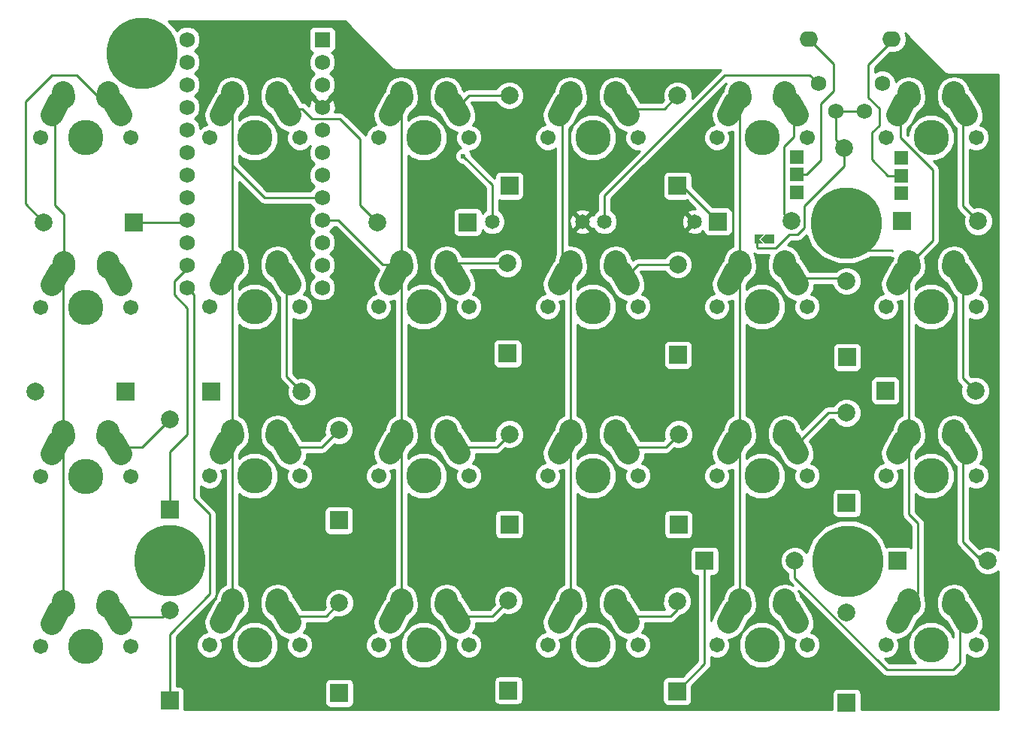
<source format=gbl>
%TF.GenerationSoftware,KiCad,Pcbnew,4.0.6*%
%TF.CreationDate,2017-11-03T08:26:54+09:00*%
%TF.ProjectId,lets_split,6C6574735F73706C69742E6B69636164,rev?*%
%TF.FileFunction,Copper,L2,Bot,Signal*%
%FSLAX46Y46*%
G04 Gerber Fmt 4.6, Leading zero omitted, Abs format (unit mm)*
G04 Created by KiCad (PCBNEW 4.0.6) date 11/03/17 08:26:54*
%MOMM*%
%LPD*%
G01*
G04 APERTURE LIST*
%ADD10C,0.100000*%
%ADD11C,2.500000*%
%ADD12C,3.987810*%
%ADD13C,1.701810*%
%ADD14C,1.998980*%
%ADD15R,1.998980X1.998980*%
%ADD16O,2.057400X1.752600*%
%ADD17C,1.752600*%
%ADD18C,1.651000*%
%ADD19R,1.752600X1.752600*%
%ADD20C,2.000000*%
%ADD21R,1.524000X1.524000*%
%ADD22C,1.524000*%
%ADD23R,0.500000X1.000000*%
%ADD24R,1.000000X1.000000*%
%ADD25C,1.000000*%
%ADD26C,0.500000*%
%ADD27C,8.000000*%
%ADD28C,0.600000*%
%ADD29C,0.250000*%
%ADD30C,0.254000*%
G04 APERTURE END LIST*
D10*
D11*
X-30659724Y50939328D02*
X-30620276Y50360672D01*
X-24969816Y49860307D02*
X-24160184Y48399693D01*
D12*
X-28160000Y45860000D03*
D13*
X-33240000Y45860000D03*
X-23080000Y45860000D03*
D11*
X-31159547Y49859954D02*
X-31970453Y48400046D01*
X-25620276Y50939328D02*
X-25659724Y50360672D01*
D14*
X-18612540Y11420000D03*
D15*
X-18612540Y1260000D03*
D14*
X-75762540Y12520000D03*
D15*
X-75762540Y2360000D03*
D14*
X-56712540Y12820000D03*
D15*
X-56712540Y2660000D03*
D14*
X-37712540Y12720000D03*
D15*
X-37712540Y2560000D03*
D14*
X-24450000Y17262540D03*
D15*
X-34610000Y17262540D03*
D14*
X-4100000Y36412540D03*
D15*
X-14260000Y36412540D03*
D14*
X-2700000Y17262540D03*
D15*
X-12860000Y17262540D03*
D14*
X-37562540Y31520000D03*
D15*
X-37562540Y21360000D03*
D14*
X-56612540Y31520000D03*
D15*
X-56612540Y21360000D03*
D14*
X-75812540Y31970000D03*
D15*
X-75812540Y21810000D03*
D14*
X-109970000Y36357460D03*
D15*
X-99810000Y36357460D03*
D14*
X-94862540Y11670000D03*
D15*
X-94862540Y1510000D03*
D14*
X-80000000Y36312540D03*
D15*
X-90160000Y36312540D03*
D14*
X-56812540Y50770000D03*
D15*
X-56812540Y40610000D03*
D14*
X-37612540Y50620000D03*
D15*
X-37612540Y40460000D03*
D14*
X-18610000Y48760000D03*
D15*
X-18562540Y40210000D03*
D14*
X-3800000Y55512540D03*
D15*
X-12360000Y55510000D03*
D14*
X-24860000Y55510000D03*
D15*
X-33110000Y55462540D03*
D14*
X-37662540Y69670000D03*
D15*
X-37662540Y59510000D03*
D14*
X-56612540Y69670000D03*
D15*
X-56612540Y59510000D03*
D14*
X-71470000Y55407460D03*
D15*
X-61310000Y55407460D03*
D14*
X-109070000Y55407460D03*
D15*
X-98910000Y55407460D03*
D14*
X-94862540Y33170000D03*
D15*
X-94862540Y23010000D03*
D14*
X-18612540Y33920000D03*
D15*
X-18612540Y23760000D03*
D16*
X-13561800Y76014400D03*
D17*
X-21816800Y71010600D03*
X-16609800Y67911800D03*
D16*
X-22858200Y76014400D03*
D17*
X-19810200Y67911800D03*
X-14603200Y71010600D03*
D18*
X-48380000Y55460000D03*
X-58540000Y55460000D03*
X-45890000Y55460000D03*
X-35730000Y55460000D03*
D11*
X-106859724Y69989328D02*
X-106820276Y69410672D01*
X-101169816Y68910307D02*
X-100360184Y67449693D01*
D12*
X-104360000Y64910000D03*
D13*
X-109440000Y64910000D03*
X-99280000Y64910000D03*
D11*
X-107359547Y68909954D02*
X-108170453Y67450046D01*
X-101820276Y69989328D02*
X-101859724Y69410672D01*
X-106809724Y50889328D02*
X-106770276Y50310672D01*
X-101119816Y49810307D02*
X-100310184Y48349693D01*
D12*
X-104310000Y45810000D03*
D13*
X-109390000Y45810000D03*
X-99230000Y45810000D03*
D11*
X-107309547Y49809954D02*
X-108120453Y48350046D01*
X-101770276Y50889328D02*
X-101809724Y50310672D01*
X-106859724Y31839328D02*
X-106820276Y31260672D01*
X-101169816Y30760307D02*
X-100360184Y29299693D01*
D12*
X-104360000Y26760000D03*
D13*
X-109440000Y26760000D03*
X-99280000Y26760000D03*
D11*
X-107359547Y30759954D02*
X-108170453Y29300046D01*
X-101820276Y31839328D02*
X-101859724Y31260672D01*
X-106859724Y12689328D02*
X-106820276Y12110672D01*
X-101169816Y11610307D02*
X-100360184Y10149693D01*
D12*
X-104360000Y7610000D03*
D13*
X-109440000Y7610000D03*
X-99280000Y7610000D03*
D11*
X-107359547Y11609954D02*
X-108170453Y10150046D01*
X-101820276Y12689328D02*
X-101859724Y12110672D01*
X-87809724Y69989328D02*
X-87770276Y69410672D01*
X-82119816Y68910307D02*
X-81310184Y67449693D01*
D12*
X-85310000Y64910000D03*
D13*
X-90390000Y64910000D03*
X-80230000Y64910000D03*
D11*
X-88309547Y68909954D02*
X-89120453Y67450046D01*
X-82770276Y69989328D02*
X-82809724Y69410672D01*
X-87809724Y50939328D02*
X-87770276Y50360672D01*
X-82119816Y49860307D02*
X-81310184Y48399693D01*
D12*
X-85310000Y45860000D03*
D13*
X-90390000Y45860000D03*
X-80230000Y45860000D03*
D11*
X-88309547Y49859954D02*
X-89120453Y48400046D01*
X-82770276Y50939328D02*
X-82809724Y50360672D01*
X-87809724Y31889328D02*
X-87770276Y31310672D01*
X-82119816Y30810307D02*
X-81310184Y29349693D01*
D12*
X-85310000Y26810000D03*
D13*
X-90390000Y26810000D03*
X-80230000Y26810000D03*
D11*
X-88309547Y30809954D02*
X-89120453Y29350046D01*
X-82770276Y31889328D02*
X-82809724Y31310672D01*
X-87809724Y12839328D02*
X-87770276Y12260672D01*
X-82119816Y11760307D02*
X-81310184Y10299693D01*
D12*
X-85310000Y7760000D03*
D13*
X-90390000Y7760000D03*
X-80230000Y7760000D03*
D11*
X-88309547Y11759954D02*
X-89120453Y10300046D01*
X-82770276Y12839328D02*
X-82809724Y12260672D01*
X-68759724Y69989328D02*
X-68720276Y69410672D01*
X-63069816Y68910307D02*
X-62260184Y67449693D01*
D12*
X-66260000Y64910000D03*
D13*
X-71340000Y64910000D03*
X-61180000Y64910000D03*
D11*
X-69259547Y68909954D02*
X-70070453Y67450046D01*
X-63720276Y69989328D02*
X-63759724Y69410672D01*
X-68759724Y50939328D02*
X-68720276Y50360672D01*
X-63069816Y49860307D02*
X-62260184Y48399693D01*
D12*
X-66260000Y45860000D03*
D13*
X-71340000Y45860000D03*
X-61180000Y45860000D03*
D11*
X-69259547Y49859954D02*
X-70070453Y48400046D01*
X-63720276Y50939328D02*
X-63759724Y50360672D01*
X-68759724Y31889328D02*
X-68720276Y31310672D01*
X-63069816Y30810307D02*
X-62260184Y29349693D01*
D12*
X-66260000Y26810000D03*
D13*
X-71340000Y26810000D03*
X-61180000Y26810000D03*
D11*
X-69259547Y30809954D02*
X-70070453Y29350046D01*
X-63720276Y31889328D02*
X-63759724Y31310672D01*
X-68759724Y12839328D02*
X-68720276Y12260672D01*
X-63069816Y11760307D02*
X-62260184Y10299693D01*
D12*
X-66260000Y7760000D03*
D13*
X-71340000Y7760000D03*
X-61180000Y7760000D03*
D11*
X-69259547Y11759954D02*
X-70070453Y10300046D01*
X-63720276Y12839328D02*
X-63759724Y12260672D01*
X-49709724Y69989328D02*
X-49670276Y69410672D01*
X-44019816Y68910307D02*
X-43210184Y67449693D01*
D12*
X-47210000Y64910000D03*
D13*
X-52290000Y64910000D03*
X-42130000Y64910000D03*
D11*
X-50209547Y68909954D02*
X-51020453Y67450046D01*
X-44670276Y69989328D02*
X-44709724Y69410672D01*
X-49709724Y50939328D02*
X-49670276Y50360672D01*
X-44019816Y49860307D02*
X-43210184Y48399693D01*
D12*
X-47210000Y45860000D03*
D13*
X-52290000Y45860000D03*
X-42130000Y45860000D03*
D11*
X-50209547Y49859954D02*
X-51020453Y48400046D01*
X-44670276Y50939328D02*
X-44709724Y50360672D01*
X-49709724Y31889328D02*
X-49670276Y31310672D01*
X-44019816Y30810307D02*
X-43210184Y29349693D01*
D12*
X-47210000Y26810000D03*
D13*
X-52290000Y26810000D03*
X-42130000Y26810000D03*
D11*
X-50209547Y30809954D02*
X-51020453Y29350046D01*
X-44670276Y31889328D02*
X-44709724Y31310672D01*
X-49709724Y12839328D02*
X-49670276Y12260672D01*
X-44019816Y11760307D02*
X-43210184Y10299693D01*
D12*
X-47210000Y7760000D03*
D13*
X-52290000Y7760000D03*
X-42130000Y7760000D03*
D11*
X-50209547Y11759954D02*
X-51020453Y10300046D01*
X-44670276Y12839328D02*
X-44709724Y12260672D01*
X-30659724Y69989328D02*
X-30620276Y69410672D01*
X-24969816Y68910307D02*
X-24160184Y67449693D01*
D12*
X-28160000Y64910000D03*
D13*
X-33240000Y64910000D03*
X-23080000Y64910000D03*
D11*
X-31159547Y68909954D02*
X-31970453Y67450046D01*
X-25620276Y69989328D02*
X-25659724Y69410672D01*
X-30659724Y31889328D02*
X-30620276Y31310672D01*
X-24969816Y30810307D02*
X-24160184Y29349693D01*
D12*
X-28160000Y26810000D03*
D13*
X-33240000Y26810000D03*
X-23080000Y26810000D03*
D11*
X-31159547Y30809954D02*
X-31970453Y29350046D01*
X-25620276Y31889328D02*
X-25659724Y31310672D01*
X-30659724Y12839328D02*
X-30620276Y12260672D01*
X-24969816Y11760307D02*
X-24160184Y10299693D01*
D12*
X-28160000Y7760000D03*
D13*
X-33240000Y7760000D03*
X-23080000Y7760000D03*
D11*
X-31159547Y11759954D02*
X-31970453Y10300046D01*
X-25620276Y12839328D02*
X-25659724Y12260672D01*
X-11609724Y69989328D02*
X-11570276Y69410672D01*
X-5919816Y68910307D02*
X-5110184Y67449693D01*
D12*
X-9110000Y64910000D03*
D13*
X-14190000Y64910000D03*
X-4030000Y64910000D03*
D11*
X-12109547Y68909954D02*
X-12920453Y67450046D01*
X-6570276Y69989328D02*
X-6609724Y69410672D01*
X-11609724Y50939328D02*
X-11570276Y50360672D01*
X-5919816Y49860307D02*
X-5110184Y48399693D01*
D12*
X-9110000Y45860000D03*
D13*
X-14190000Y45860000D03*
X-4030000Y45860000D03*
D11*
X-12109547Y49859954D02*
X-12920453Y48400046D01*
X-6570276Y50939328D02*
X-6609724Y50360672D01*
X-11609724Y31889328D02*
X-11570276Y31310672D01*
X-5919816Y30810307D02*
X-5110184Y29349693D01*
D12*
X-9110000Y26810000D03*
D13*
X-14190000Y26810000D03*
X-4030000Y26810000D03*
D11*
X-12109547Y30809954D02*
X-12920453Y29350046D01*
X-6570276Y31889328D02*
X-6609724Y31310672D01*
X-11609724Y12839328D02*
X-11570276Y12260672D01*
X-5919816Y11760307D02*
X-5110184Y10299693D01*
D12*
X-9110000Y7760000D03*
D13*
X-14190000Y7760000D03*
X-4030000Y7760000D03*
D11*
X-12109547Y11759954D02*
X-12920453Y10300046D01*
X-6570276Y12839328D02*
X-6609724Y12260672D01*
D19*
X-77690000Y75980000D03*
D17*
X-77690000Y73440000D03*
X-77690000Y70900000D03*
X-77690000Y68360000D03*
X-77690000Y65820000D03*
X-77690000Y63280000D03*
X-77690000Y60740000D03*
X-77690000Y58200000D03*
X-77690000Y55660000D03*
X-77690000Y53120000D03*
X-77690000Y50580000D03*
X-77690000Y48040000D03*
X-92930000Y48040000D03*
X-92930000Y50580000D03*
X-92930000Y53120000D03*
X-92930000Y55660000D03*
X-92930000Y58200000D03*
X-92930000Y60740000D03*
X-92930000Y63280000D03*
X-92930000Y70900000D03*
X-92930000Y73440000D03*
X-92930000Y75980000D03*
X-92930000Y65820000D03*
X-92930000Y68360000D03*
D20*
X-18860000Y63760000D03*
D21*
X-12460000Y58660000D03*
X-12460000Y60660000D03*
X-12460000Y62660000D03*
D22*
X-12450000Y60650000D03*
X-12470000Y62660000D03*
X-12450000Y58650000D03*
D21*
X-24210000Y58760000D03*
X-24210000Y60760000D03*
X-24210000Y62760000D03*
D22*
X-24200000Y60750000D03*
X-24220000Y62760000D03*
X-24200000Y58750000D03*
D10*
G36*
X-28941250Y52984600D02*
X-28441250Y53484600D01*
X-28441150Y53484600D01*
X-27941150Y52984600D01*
X-28941250Y52984600D01*
X-28941250Y52984600D01*
G37*
G36*
X-27801200Y52984676D02*
X-28301124Y53484600D01*
X-27801200Y53984524D01*
X-27301276Y53484600D01*
X-27801200Y52984676D01*
X-27801200Y52984676D01*
G37*
G36*
X-27941150Y53984600D02*
X-28441150Y53484600D01*
X-28441250Y53484600D01*
X-28941250Y53984600D01*
X-27941150Y53984600D01*
X-27941150Y53984600D01*
G37*
D23*
X-28691200Y53484600D03*
D24*
X-27300000Y53490000D03*
D25*
X-27340000Y53490000D03*
D26*
X-28680000Y53470000D03*
D27*
X-94860000Y17260000D03*
X-18510000Y17210000D03*
X-18660000Y55310000D03*
X-98010000Y74460000D03*
D28*
X-61810000Y62860000D03*
D29*
X-13460000Y52210000D02*
X-19660000Y52210000D01*
X-19660000Y52210000D02*
X-19710000Y52160000D01*
X-13460000Y52210000D02*
X-13510000Y52160000D01*
X-100765000Y68180000D02*
X-101530000Y68180000D01*
X-101530000Y68180000D02*
X-105310000Y71960000D01*
X-105310000Y71960000D02*
X-108160000Y71960000D01*
X-108160000Y71960000D02*
X-111110000Y69010000D01*
X-111110000Y69010000D02*
X-111110000Y57447460D01*
X-111110000Y57447460D02*
X-109070000Y55407460D01*
X-37662540Y59510000D02*
X-37157460Y59510000D01*
X-37157460Y59510000D02*
X-33110000Y55462540D01*
X-98910000Y55407460D02*
X-93182540Y55407460D01*
X-93182540Y55407460D02*
X-92930000Y55660000D01*
X-100765000Y30030000D02*
X-98002540Y30030000D01*
X-98002540Y30030000D02*
X-94862540Y33170000D01*
X-92860000Y45760000D02*
X-94360000Y47260000D01*
X-94862540Y29507460D02*
X-92860000Y31510000D01*
X-92860000Y31510000D02*
X-92860000Y45760000D01*
X-94862540Y23010000D02*
X-94862540Y29507460D01*
X-94360000Y48760000D02*
X-92930000Y50190000D01*
X-94360000Y47260000D02*
X-94360000Y48760000D01*
X-92930000Y50190000D02*
X-92930000Y50580000D01*
X-92930000Y50580000D02*
X-93540000Y50580000D01*
X-100765000Y10880000D02*
X-95652540Y10880000D01*
X-95652540Y10880000D02*
X-94862540Y11670000D01*
X-101220000Y13020000D02*
X-101840000Y12400000D01*
X-101840000Y12400000D02*
X-100765000Y10880000D01*
X-92110000Y47220000D02*
X-92930000Y48040000D01*
X-94862540Y9007460D02*
X-90360000Y13510000D01*
X-90360000Y13510000D02*
X-90360000Y22510000D01*
X-94862540Y1510000D02*
X-94862540Y9007460D01*
X-34610000Y17262540D02*
X-34610000Y5662540D01*
X-34610000Y5662540D02*
X-37712540Y2560000D01*
X-92110000Y45510000D02*
X-92110000Y47220000D01*
X-92110000Y24260000D02*
X-92110000Y45510000D01*
X-90360000Y22510000D02*
X-92110000Y24260000D01*
X-92110000Y45510000D02*
X-92110000Y45260000D01*
X-81715000Y68180000D02*
X-79980000Y68180000D01*
X-73410000Y57347460D02*
X-71470000Y55407460D01*
X-73410000Y64760000D02*
X-73410000Y57347460D01*
X-75710000Y67060000D02*
X-73410000Y64760000D01*
X-78860000Y67060000D02*
X-75710000Y67060000D01*
X-79980000Y68180000D02*
X-78860000Y67060000D01*
X-81715000Y49130000D02*
X-81715000Y38027540D01*
X-81715000Y38027540D02*
X-80000000Y36312540D01*
X-81715000Y30080000D02*
X-77702540Y30080000D01*
X-77702540Y30080000D02*
X-75812540Y31970000D01*
X-81715000Y11030000D02*
X-77252540Y11030000D01*
X-77252540Y11030000D02*
X-75762540Y12520000D01*
X-56612540Y69670000D02*
X-61175000Y69670000D01*
X-61175000Y69670000D02*
X-62665000Y68180000D01*
X-56812540Y50770000D02*
X-63620000Y50770000D01*
X-63620000Y50770000D02*
X-63740000Y50650000D01*
X-63740000Y50650000D02*
X-62665000Y49130000D01*
X-62665000Y30080000D02*
X-58052540Y30080000D01*
X-58052540Y30080000D02*
X-56612540Y31520000D01*
X-62665000Y11030000D02*
X-58502540Y11030000D01*
X-58502540Y11030000D02*
X-56712540Y12820000D01*
X-43615000Y68180000D02*
X-39152540Y68180000D01*
X-39152540Y68180000D02*
X-37662540Y69670000D01*
X-37612540Y50620000D02*
X-42125000Y50620000D01*
X-42125000Y50620000D02*
X-43615000Y49130000D01*
X-43615000Y30080000D02*
X-39002540Y30080000D01*
X-39002540Y30080000D02*
X-37562540Y31520000D01*
X-43615000Y11030000D02*
X-38490000Y11030000D01*
X-38490000Y11030000D02*
X-37712540Y11807460D01*
X-37712540Y11807460D02*
X-37712540Y12720000D01*
X-25660000Y58260000D02*
X-25660000Y56310000D01*
X-25660000Y56310000D02*
X-24860000Y55510000D01*
X-24565000Y68180000D02*
X-24565000Y65005000D01*
X-25660000Y63910000D02*
X-25660000Y58260000D01*
X-25660000Y58260000D02*
X-25660000Y58172540D01*
X-24565000Y65005000D02*
X-25660000Y63910000D01*
X-24565000Y49130000D02*
X-18980000Y49130000D01*
X-18980000Y49130000D02*
X-18610000Y48760000D01*
X-24565000Y30080000D02*
X-24540000Y30080000D01*
X-24540000Y30080000D02*
X-20700000Y33920000D01*
X-20700000Y33920000D02*
X-18612540Y33920000D01*
X-5515000Y68180000D02*
X-5515000Y57227540D01*
X-5515000Y57227540D02*
X-3800000Y55512540D01*
X-5515000Y49130000D02*
X-5515000Y37827540D01*
X-5515000Y37827540D02*
X-4100000Y36412540D01*
X-3878730Y17741270D02*
X-3178730Y17741270D01*
X-3178730Y17741270D02*
X-2700000Y17262540D01*
X-5515000Y30080000D02*
X-5515000Y19377540D01*
X-5515000Y19377540D02*
X-3878730Y17741270D01*
X-3878730Y17741270D02*
X-3750000Y17612540D01*
X-24450000Y17262540D02*
X-24450000Y15350000D01*
X-5860000Y5760000D02*
X-5860000Y10685000D01*
X-6610000Y5010000D02*
X-5860000Y5760000D01*
X-14110000Y5010000D02*
X-6610000Y5010000D01*
X-24450000Y15350000D02*
X-14110000Y5010000D01*
X-5860000Y10685000D02*
X-5515000Y11030000D01*
X-13561800Y76014400D02*
X-13561800Y75758200D01*
X-13561800Y75758200D02*
X-16210000Y73110000D01*
X-16210000Y73110000D02*
X-16210000Y69460000D01*
X-16210000Y69460000D02*
X-14960000Y68210000D01*
X-14960000Y68210000D02*
X-14960000Y66310000D01*
X-14960000Y66310000D02*
X-15760000Y65510000D01*
X-15760000Y65510000D02*
X-15760000Y62460000D01*
X-15760000Y62460000D02*
X-13960000Y60660000D01*
X-13960000Y60660000D02*
X-12460000Y60660000D01*
X-45890000Y55460000D02*
X-45890000Y58430000D01*
X-22766200Y71960000D02*
X-21816800Y71010600D01*
X-32360000Y71960000D02*
X-22766200Y71960000D01*
X-45890000Y58430000D02*
X-32360000Y71960000D01*
X-28691200Y53484600D02*
X-28691200Y52591200D01*
X-18860000Y61760000D02*
X-18860000Y63760000D01*
X-23360000Y57260000D02*
X-18860000Y61760000D01*
X-23360000Y54760000D02*
X-23360000Y57260000D01*
X-24110000Y54010000D02*
X-23360000Y54760000D01*
X-25110000Y54010000D02*
X-24110000Y54010000D01*
X-26610000Y52510000D02*
X-25110000Y54010000D01*
X-28610000Y52510000D02*
X-26610000Y52510000D01*
X-28691200Y52591200D02*
X-28610000Y52510000D01*
X-19810200Y67911800D02*
X-19810200Y64710200D01*
X-19810200Y64710200D02*
X-18860000Y63760000D01*
X-19810200Y67911800D02*
X-16609800Y67911800D01*
X-24210000Y60760000D02*
X-23160000Y60760000D01*
X-20110000Y73266200D02*
X-22858200Y76014400D01*
X-20110000Y70210000D02*
X-20110000Y73266200D01*
X-21560000Y68760000D02*
X-20110000Y70210000D01*
X-21560000Y62360000D02*
X-21560000Y68760000D01*
X-23160000Y60760000D02*
X-21560000Y62360000D01*
X-61810000Y62860000D02*
X-58540000Y59590000D01*
X-58540000Y59590000D02*
X-58540000Y55460000D01*
X-106840000Y46760000D02*
X-106840000Y48205000D01*
X-106840000Y48205000D02*
X-107715000Y49080000D01*
X-107715000Y49080000D02*
X-107715000Y49675000D01*
X-107715000Y49675000D02*
X-106790000Y50600000D01*
X-107765000Y68180000D02*
X-107765000Y57315000D01*
X-106790000Y56340000D02*
X-106790000Y50005000D01*
X-107765000Y57315000D02*
X-106790000Y56340000D01*
X-106790000Y50005000D02*
X-106840000Y49955000D01*
X-106840000Y49955000D02*
X-106840000Y46760000D01*
X-106840000Y46760000D02*
X-106840000Y12400000D01*
X-77690000Y58200000D02*
X-84200000Y58200000D01*
X-84200000Y58200000D02*
X-87790000Y61790000D01*
X-87790000Y50650000D02*
X-87790000Y61790000D01*
X-87790000Y61790000D02*
X-87790000Y69700000D01*
X-87790000Y31600000D02*
X-87790000Y50650000D01*
X-87790000Y12550000D02*
X-87790000Y31600000D01*
X-77690000Y55660000D02*
X-75860000Y55660000D01*
X-70850000Y50650000D02*
X-68740000Y50650000D01*
X-75860000Y55660000D02*
X-70850000Y50650000D01*
X-68740000Y69700000D02*
X-68740000Y50650000D01*
X-68740000Y50650000D02*
X-68740000Y31600000D01*
X-68740000Y31600000D02*
X-68740000Y12550000D01*
X-49690000Y31600000D02*
X-49690000Y50650000D01*
X-49690000Y50650000D02*
X-50615000Y51575000D01*
X-50615000Y51575000D02*
X-50615000Y68180000D01*
X-49690000Y12550000D02*
X-49690000Y31600000D01*
X-30640000Y69700000D02*
X-30640000Y50650000D01*
X-30640000Y50650000D02*
X-30640000Y31600000D01*
X-30640000Y31600000D02*
X-30640000Y12550000D01*
X-11590000Y31600000D02*
X-11590000Y22490000D01*
X-10610000Y21510000D02*
X-10610000Y13530000D01*
X-11590000Y22490000D02*
X-10610000Y21510000D01*
X-10610000Y13530000D02*
X-11590000Y12550000D01*
X-11590000Y31600000D02*
X-11590000Y50650000D01*
X-11590000Y50650000D02*
X-8910000Y53330000D01*
X-12515000Y64915000D02*
X-12515000Y68180000D01*
X-8910000Y61310000D02*
X-12515000Y64915000D01*
X-8910000Y53330000D02*
X-8910000Y61310000D01*
D30*
G36*
X-69862046Y72757954D02*
X-69631705Y72604046D01*
X-69360000Y72549999D01*
X-69359995Y72550000D01*
X-32818681Y72550000D01*
X-32897402Y72497401D01*
X-36028314Y69366489D01*
X-36027766Y69993694D01*
X-36276078Y70594655D01*
X-36735467Y71054846D01*
X-37335993Y71304206D01*
X-37986234Y71304774D01*
X-38587195Y71056462D01*
X-39047386Y70597073D01*
X-39296746Y69996547D01*
X-39297314Y69346306D01*
X-39228231Y69179111D01*
X-39467342Y68940000D01*
X-41881052Y68940000D01*
X-42396993Y69870781D01*
X-42851803Y70408025D01*
X-42880833Y70633078D01*
X-43246909Y71270992D01*
X-43829238Y71720257D01*
X-44539166Y71912476D01*
X-45268613Y71818386D01*
X-45906528Y71452309D01*
X-46355793Y70869980D01*
X-46548012Y70160052D01*
X-46593258Y69496370D01*
X-46499167Y68766923D01*
X-46133091Y68129008D01*
X-45550762Y67679743D01*
X-45482713Y67661318D01*
X-44833007Y66489219D01*
X-44357789Y65927869D01*
X-43703924Y65591108D01*
X-43464360Y65571202D01*
X-43615647Y65206862D01*
X-43616163Y64615732D01*
X-43390424Y64069402D01*
X-42972797Y63651045D01*
X-42426862Y63424353D01*
X-41970847Y63423955D01*
X-46427401Y58967401D01*
X-46592148Y58720839D01*
X-46650000Y58430000D01*
X-46650000Y56726238D01*
X-46716226Y56698874D01*
X-47127430Y56288387D01*
X-47146586Y56242253D01*
X-47353785Y56306610D01*
X-48200395Y55460000D01*
X-47353785Y54613390D01*
X-47146991Y54677621D01*
X-47128874Y54633774D01*
X-46718387Y54222570D01*
X-46181786Y53999754D01*
X-45600763Y53999247D01*
X-45063774Y54221126D01*
X-44652570Y54631613D01*
X-44429754Y55168214D01*
X-44429305Y55682869D01*
X-37202340Y55682869D01*
X-37175553Y55102465D01*
X-37004976Y54690656D01*
X-36756215Y54613390D01*
X-35909605Y55460000D01*
X-36756215Y56306610D01*
X-37004976Y56229344D01*
X-37202340Y55682869D01*
X-44429305Y55682869D01*
X-44429247Y55749237D01*
X-44651126Y56286226D01*
X-45061613Y56697430D01*
X-45130000Y56725827D01*
X-45130000Y58115198D01*
X-42735708Y60509490D01*
X-39309470Y60509490D01*
X-39309470Y58510510D01*
X-39265192Y58275193D01*
X-39126120Y58059069D01*
X-38913920Y57914079D01*
X-38662030Y57863070D01*
X-36663050Y57863070D01*
X-36597640Y57875378D01*
X-35648096Y56925834D01*
X-36087535Y56905553D01*
X-36499344Y56734976D01*
X-36576610Y56486215D01*
X-35730000Y55639605D01*
X-35715857Y55653747D01*
X-35536252Y55474142D01*
X-35550395Y55460000D01*
X-35536252Y55445857D01*
X-35715857Y55266252D01*
X-35730000Y55280395D01*
X-36576610Y54433785D01*
X-36499344Y54185024D01*
X-35952869Y53987660D01*
X-35372465Y54014447D01*
X-34960656Y54185024D01*
X-34883391Y54433783D01*
X-34768601Y54318993D01*
X-34735965Y54351629D01*
X-34712652Y54227733D01*
X-34573580Y54011609D01*
X-34361380Y53866619D01*
X-34109490Y53815610D01*
X-32110510Y53815610D01*
X-31875193Y53859888D01*
X-31659069Y53998960D01*
X-31514079Y54211160D01*
X-31463070Y54463050D01*
X-31463070Y56462030D01*
X-31507348Y56697347D01*
X-31646420Y56913471D01*
X-31858620Y57058461D01*
X-32110510Y57109470D01*
X-33682128Y57109470D01*
X-36015610Y59442952D01*
X-36015610Y60509490D01*
X-36059888Y60744807D01*
X-36198960Y60960931D01*
X-36411160Y61105921D01*
X-36663050Y61156930D01*
X-38662030Y61156930D01*
X-38897347Y61112652D01*
X-39113471Y60973580D01*
X-39258461Y60761380D01*
X-39309470Y60509490D01*
X-42735708Y60509490D01*
X-32229724Y71015473D01*
X-32449167Y70633077D01*
X-32505351Y70197504D01*
X-32781533Y69871842D01*
X-33644188Y68318766D01*
X-33869024Y67618484D01*
X-33808758Y66885467D01*
X-33553258Y66388317D01*
X-34080598Y66170424D01*
X-34498955Y65752797D01*
X-34725647Y65206862D01*
X-34726163Y64615732D01*
X-34500424Y64069402D01*
X-34082797Y63651045D01*
X-33536862Y63424353D01*
X-32945732Y63423837D01*
X-32399402Y63649576D01*
X-31981045Y64067203D01*
X-31754353Y64613138D01*
X-31753837Y65204268D01*
X-31899342Y65556418D01*
X-31478333Y65591032D01*
X-31400000Y65631290D01*
X-31400000Y52697539D01*
X-31500762Y52670257D01*
X-32083091Y52220992D01*
X-32449167Y51583077D01*
X-32505351Y51147504D01*
X-32781533Y50821842D01*
X-33644188Y49268766D01*
X-33869024Y48568484D01*
X-33808758Y47835467D01*
X-33553258Y47338317D01*
X-34080598Y47120424D01*
X-34498955Y46702797D01*
X-34725647Y46156862D01*
X-34726163Y45565732D01*
X-34500424Y45019402D01*
X-34082797Y44601045D01*
X-33536862Y44374353D01*
X-32945732Y44373837D01*
X-32399402Y44599576D01*
X-31981045Y45017203D01*
X-31754353Y45563138D01*
X-31753837Y46154268D01*
X-31899342Y46506418D01*
X-31478333Y46541032D01*
X-31400000Y46581290D01*
X-31400000Y33647539D01*
X-31500762Y33620257D01*
X-32083091Y33170992D01*
X-32449167Y32533077D01*
X-32505351Y32097504D01*
X-32781533Y31771842D01*
X-33644188Y30218766D01*
X-33869024Y29518484D01*
X-33808758Y28785467D01*
X-33553258Y28288317D01*
X-34080598Y28070424D01*
X-34498955Y27652797D01*
X-34725647Y27106862D01*
X-34726163Y26515732D01*
X-34500424Y25969402D01*
X-34082797Y25551045D01*
X-33536862Y25324353D01*
X-32945732Y25323837D01*
X-32399402Y25549576D01*
X-31981045Y25967203D01*
X-31754353Y26513138D01*
X-31753837Y27104268D01*
X-31899342Y27456418D01*
X-31478333Y27491032D01*
X-31400000Y27531290D01*
X-31400000Y14597539D01*
X-31500762Y14570257D01*
X-32083091Y14120992D01*
X-32449167Y13483077D01*
X-32505351Y13047504D01*
X-32781533Y12721842D01*
X-33644188Y11168766D01*
X-33850000Y10527737D01*
X-33850000Y15615610D01*
X-33610510Y15615610D01*
X-33375193Y15659888D01*
X-33159069Y15798960D01*
X-33014079Y16011160D01*
X-32963070Y16263050D01*
X-32963070Y18262030D01*
X-33007348Y18497347D01*
X-33146420Y18713471D01*
X-33358620Y18858461D01*
X-33610510Y18909470D01*
X-35609490Y18909470D01*
X-35844807Y18865192D01*
X-36060931Y18726120D01*
X-36205921Y18513920D01*
X-36256930Y18262030D01*
X-36256930Y16263050D01*
X-36212652Y16027733D01*
X-36073580Y15811609D01*
X-35861380Y15666619D01*
X-35609490Y15615610D01*
X-35370000Y15615610D01*
X-35370000Y5977342D01*
X-37140412Y4206930D01*
X-38712030Y4206930D01*
X-38947347Y4162652D01*
X-39163471Y4023580D01*
X-39308461Y3811380D01*
X-39359470Y3559490D01*
X-39359470Y1560510D01*
X-39315192Y1325193D01*
X-39176120Y1109069D01*
X-38963920Y964079D01*
X-38712030Y913070D01*
X-36713050Y913070D01*
X-36477733Y957348D01*
X-36261609Y1096420D01*
X-36116619Y1308620D01*
X-36065610Y1560510D01*
X-36065610Y3132128D01*
X-34072599Y5125139D01*
X-33907852Y5371701D01*
X-33850000Y5662540D01*
X-33850000Y6404379D01*
X-33536862Y6274353D01*
X-32945732Y6273837D01*
X-32399402Y6499576D01*
X-31981045Y6917203D01*
X-31847269Y7239373D01*
X-30789360Y7239373D01*
X-30389976Y6272791D01*
X-29651099Y5532623D01*
X-28685216Y5131553D01*
X-27639373Y5130640D01*
X-26672791Y5530024D01*
X-25932623Y6268901D01*
X-25531553Y7234784D01*
X-25530640Y8280627D01*
X-25930024Y9247209D01*
X-26668901Y9987377D01*
X-27634784Y10388447D01*
X-28680627Y10389360D01*
X-29647209Y9989976D01*
X-30387377Y9251099D01*
X-30788447Y8285216D01*
X-30789360Y7239373D01*
X-31847269Y7239373D01*
X-31754353Y7463138D01*
X-31753837Y8054268D01*
X-31899342Y8406418D01*
X-31478333Y8441032D01*
X-30824175Y8777223D01*
X-30348468Y9338158D01*
X-29617138Y10654803D01*
X-29196909Y10979008D01*
X-28830833Y11616922D01*
X-28736742Y12346369D01*
X-28781988Y13010052D01*
X-28974207Y13719980D01*
X-29423472Y14302309D01*
X-29880000Y14564294D01*
X-29880000Y24811924D01*
X-29651099Y24582623D01*
X-28685216Y24181553D01*
X-27639373Y24180640D01*
X-26672791Y24580024D01*
X-26493012Y24759490D01*
X-20259470Y24759490D01*
X-20259470Y22760510D01*
X-20215192Y22525193D01*
X-20076120Y22309069D01*
X-19863920Y22164079D01*
X-19612030Y22113070D01*
X-17613050Y22113070D01*
X-17377733Y22157348D01*
X-17161609Y22296420D01*
X-17016619Y22508620D01*
X-16965610Y22760510D01*
X-16965610Y24759490D01*
X-17009888Y24994807D01*
X-17148960Y25210931D01*
X-17361160Y25355921D01*
X-17613050Y25406930D01*
X-19612030Y25406930D01*
X-19847347Y25362652D01*
X-20063471Y25223580D01*
X-20208461Y25011380D01*
X-20259470Y24759490D01*
X-26493012Y24759490D01*
X-25932623Y25318901D01*
X-25531553Y26284784D01*
X-25530640Y27330627D01*
X-25930024Y28297209D01*
X-26668901Y29037377D01*
X-27634784Y29438447D01*
X-28680627Y29439360D01*
X-29647209Y29039976D01*
X-29880000Y28807591D01*
X-29880000Y29231561D01*
X-29617138Y29704803D01*
X-29196909Y30029008D01*
X-28830833Y30666922D01*
X-28736742Y31396369D01*
X-28736742Y31396370D01*
X-27543258Y31396370D01*
X-27449167Y30666923D01*
X-27083091Y30029008D01*
X-26500762Y29579743D01*
X-26432713Y29561318D01*
X-25783007Y28389219D01*
X-25307789Y27827869D01*
X-24653924Y27491108D01*
X-24414360Y27471202D01*
X-24565647Y27106862D01*
X-24566163Y26515732D01*
X-24340424Y25969402D01*
X-23922797Y25551045D01*
X-23376862Y25324353D01*
X-22785732Y25323837D01*
X-22239402Y25549576D01*
X-21821045Y25967203D01*
X-21594353Y26513138D01*
X-21593837Y27104268D01*
X-21819576Y27650598D01*
X-22237203Y28068955D01*
X-22610547Y28223981D01*
X-22322371Y28783511D01*
X-22261466Y29516475D01*
X-22485691Y30216953D01*
X-22786169Y30759029D01*
X-20385198Y33160000D01*
X-20067036Y33160000D01*
X-19999002Y32995345D01*
X-19539613Y32535154D01*
X-18939087Y32285794D01*
X-18288846Y32285226D01*
X-17687885Y32533538D01*
X-17227694Y32992927D01*
X-16978334Y33593453D01*
X-16977766Y34243694D01*
X-17226078Y34844655D01*
X-17685467Y35304846D01*
X-18285993Y35554206D01*
X-18936234Y35554774D01*
X-19537195Y35306462D01*
X-19997386Y34847073D01*
X-20066761Y34680000D01*
X-20700000Y34680000D01*
X-20990839Y34622148D01*
X-21237401Y34457401D01*
X-23611533Y32083269D01*
X-23801803Y32308025D01*
X-23830833Y32533078D01*
X-24196909Y33170992D01*
X-24779238Y33620257D01*
X-25489166Y33812476D01*
X-26218613Y33718386D01*
X-26856528Y33352309D01*
X-27305793Y32769980D01*
X-27498012Y32060052D01*
X-27543258Y31396370D01*
X-28736742Y31396370D01*
X-28781988Y32060052D01*
X-28974207Y32769980D01*
X-29423472Y33352309D01*
X-29880000Y33614294D01*
X-29880000Y37412030D01*
X-15906930Y37412030D01*
X-15906930Y35413050D01*
X-15862652Y35177733D01*
X-15723580Y34961609D01*
X-15511380Y34816619D01*
X-15259490Y34765610D01*
X-13260510Y34765610D01*
X-13025193Y34809888D01*
X-12809069Y34948960D01*
X-12664079Y35161160D01*
X-12613070Y35413050D01*
X-12613070Y37412030D01*
X-12657348Y37647347D01*
X-12796420Y37863471D01*
X-13008620Y38008461D01*
X-13260510Y38059470D01*
X-15259490Y38059470D01*
X-15494807Y38015192D01*
X-15710931Y37876120D01*
X-15855921Y37663920D01*
X-15906930Y37412030D01*
X-29880000Y37412030D01*
X-29880000Y41209490D01*
X-20209470Y41209490D01*
X-20209470Y39210510D01*
X-20165192Y38975193D01*
X-20026120Y38759069D01*
X-19813920Y38614079D01*
X-19562030Y38563070D01*
X-17563050Y38563070D01*
X-17327733Y38607348D01*
X-17111609Y38746420D01*
X-16966619Y38958620D01*
X-16915610Y39210510D01*
X-16915610Y41209490D01*
X-16959888Y41444807D01*
X-17098960Y41660931D01*
X-17311160Y41805921D01*
X-17563050Y41856930D01*
X-19562030Y41856930D01*
X-19797347Y41812652D01*
X-20013471Y41673580D01*
X-20158461Y41461380D01*
X-20209470Y41209490D01*
X-29880000Y41209490D01*
X-29880000Y43861924D01*
X-29651099Y43632623D01*
X-28685216Y43231553D01*
X-27639373Y43230640D01*
X-26672791Y43630024D01*
X-25932623Y44368901D01*
X-25531553Y45334784D01*
X-25530640Y46380627D01*
X-25930024Y47347209D01*
X-26668901Y48087377D01*
X-27634784Y48488447D01*
X-28680627Y48489360D01*
X-29647209Y48089976D01*
X-29880000Y47857591D01*
X-29880000Y48281561D01*
X-29617138Y48754803D01*
X-29196909Y49079008D01*
X-28830833Y49716922D01*
X-28736742Y50446369D01*
X-28781988Y51110052D01*
X-28974207Y51819980D01*
X-29032956Y51896130D01*
X-28900839Y51807852D01*
X-28610000Y51750000D01*
X-27324741Y51750000D01*
X-27498012Y51110052D01*
X-27543258Y50446370D01*
X-27449167Y49716923D01*
X-27083091Y49079008D01*
X-26500762Y48629743D01*
X-26432713Y48611318D01*
X-25783007Y47439219D01*
X-25307789Y46877869D01*
X-24653924Y46541108D01*
X-24414360Y46521202D01*
X-24565647Y46156862D01*
X-24566163Y45565732D01*
X-24340424Y45019402D01*
X-23922797Y44601045D01*
X-23376862Y44374353D01*
X-22785732Y44373837D01*
X-22239402Y44599576D01*
X-21821045Y45017203D01*
X-21594353Y45563138D01*
X-21593837Y46154268D01*
X-21819576Y46700598D01*
X-22237203Y47118955D01*
X-22610547Y47273981D01*
X-22322371Y47833511D01*
X-22277792Y48370000D01*
X-20217377Y48370000D01*
X-19996462Y47835345D01*
X-19537073Y47375154D01*
X-18936547Y47125794D01*
X-18286306Y47125226D01*
X-17685345Y47373538D01*
X-17225154Y47832927D01*
X-16975794Y48433453D01*
X-16975226Y49083694D01*
X-17223538Y49684655D01*
X-17682927Y50144846D01*
X-18283453Y50394206D01*
X-18933694Y50394774D01*
X-19534655Y50146462D01*
X-19791565Y49890000D01*
X-22831052Y49890000D01*
X-23346993Y50820781D01*
X-23801803Y51358025D01*
X-23830833Y51583078D01*
X-24196909Y52220992D01*
X-24779238Y52670257D01*
X-25248016Y52797182D01*
X-24795198Y53250000D01*
X-24110000Y53250000D01*
X-23819161Y53307852D01*
X-23572599Y53472599D01*
X-23107892Y53937306D01*
X-22591653Y52687913D01*
X-21288945Y51382929D01*
X-19586003Y50675806D01*
X-17742086Y50674197D01*
X-16037913Y51378347D01*
X-15966135Y51450000D01*
X-13761365Y51450000D01*
X-13510000Y51400000D01*
X-13420485Y51417806D01*
X-13455351Y51147504D01*
X-13731533Y50821842D01*
X-14594188Y49268766D01*
X-14819024Y48568484D01*
X-14758758Y47835467D01*
X-14503258Y47338317D01*
X-15030598Y47120424D01*
X-15448955Y46702797D01*
X-15675647Y46156862D01*
X-15676163Y45565732D01*
X-15450424Y45019402D01*
X-15032797Y44601045D01*
X-14486862Y44374353D01*
X-13895732Y44373837D01*
X-13349402Y44599576D01*
X-12931045Y45017203D01*
X-12704353Y45563138D01*
X-12703837Y46154268D01*
X-12849342Y46506418D01*
X-12428333Y46541032D01*
X-12350000Y46581290D01*
X-12350000Y33647539D01*
X-12450762Y33620257D01*
X-13033091Y33170992D01*
X-13399167Y32533077D01*
X-13455351Y32097504D01*
X-13731533Y31771842D01*
X-14594188Y30218766D01*
X-14819024Y29518484D01*
X-14758758Y28785467D01*
X-14503258Y28288317D01*
X-15030598Y28070424D01*
X-15448955Y27652797D01*
X-15675647Y27106862D01*
X-15676163Y26515732D01*
X-15450424Y25969402D01*
X-15032797Y25551045D01*
X-14486862Y25324353D01*
X-13895732Y25323837D01*
X-13349402Y25549576D01*
X-12931045Y25967203D01*
X-12704353Y26513138D01*
X-12703837Y27104268D01*
X-12849342Y27456418D01*
X-12428333Y27491032D01*
X-12350000Y27531290D01*
X-12350000Y22490000D01*
X-12292148Y22199161D01*
X-12127401Y21952599D01*
X-11370000Y21195198D01*
X-11370000Y18672413D01*
X-11396420Y18713471D01*
X-11608620Y18858461D01*
X-11860510Y18909470D01*
X-13859490Y18909470D01*
X-14094807Y18865192D01*
X-14161185Y18822479D01*
X-14578347Y19832087D01*
X-15881055Y21137071D01*
X-17583997Y21844194D01*
X-19427914Y21845803D01*
X-21132087Y21141653D01*
X-22437071Y19838945D01*
X-23105488Y18229218D01*
X-23522927Y18647386D01*
X-24123453Y18896746D01*
X-24773694Y18897314D01*
X-25374655Y18649002D01*
X-25834846Y18189613D01*
X-26084206Y17589087D01*
X-26084774Y16938846D01*
X-25836462Y16337885D01*
X-25377073Y15877694D01*
X-25210000Y15808319D01*
X-25210000Y15350000D01*
X-25152148Y15059161D01*
X-24987401Y14812599D01*
X-24629660Y14454858D01*
X-24779238Y14570257D01*
X-25489166Y14762476D01*
X-26218613Y14668386D01*
X-26856528Y14302309D01*
X-27305793Y13719980D01*
X-27498012Y13010052D01*
X-27543258Y12346370D01*
X-27449167Y11616923D01*
X-27083091Y10979008D01*
X-26500762Y10529743D01*
X-26432713Y10511318D01*
X-25783007Y9339219D01*
X-25307789Y8777869D01*
X-24653924Y8441108D01*
X-24414360Y8421202D01*
X-24565647Y8056862D01*
X-24566163Y7465732D01*
X-24340424Y6919402D01*
X-23922797Y6501045D01*
X-23376862Y6274353D01*
X-22785732Y6273837D01*
X-22239402Y6499576D01*
X-21821045Y6917203D01*
X-21594353Y7463138D01*
X-21593837Y8054268D01*
X-21819576Y8600598D01*
X-22237203Y9018955D01*
X-22610547Y9173981D01*
X-22322371Y9733511D01*
X-22261466Y10466475D01*
X-22485691Y11166953D01*
X-23346993Y12720781D01*
X-23801803Y13258025D01*
X-23830833Y13483078D01*
X-24063744Y13888942D01*
X-14647401Y4472599D01*
X-14400840Y4307852D01*
X-14110000Y4250000D01*
X-6610000Y4250000D01*
X-6319161Y4307852D01*
X-6072599Y4472599D01*
X-5322599Y5222599D01*
X-5157852Y5469160D01*
X-5100000Y5760000D01*
X-5100000Y6728645D01*
X-4872797Y6501045D01*
X-4326862Y6274353D01*
X-3735732Y6273837D01*
X-3189402Y6499576D01*
X-2771045Y6917203D01*
X-2544353Y7463138D01*
X-2543837Y8054268D01*
X-2769576Y8600598D01*
X-3187203Y9018955D01*
X-3560547Y9173981D01*
X-3272371Y9733511D01*
X-3211466Y10466475D01*
X-3435691Y11166953D01*
X-4296993Y12720781D01*
X-4751803Y13258025D01*
X-4780833Y13483078D01*
X-5146909Y14120992D01*
X-5729238Y14570257D01*
X-6439166Y14762476D01*
X-7168613Y14668386D01*
X-7806528Y14302309D01*
X-8255793Y13719980D01*
X-8448012Y13010052D01*
X-8493258Y12346370D01*
X-8399167Y11616923D01*
X-8033091Y10979008D01*
X-7450762Y10529743D01*
X-7382713Y10511318D01*
X-6733007Y9339219D01*
X-6620000Y9205730D01*
X-6620000Y8617904D01*
X-6880024Y9247209D01*
X-7618901Y9987377D01*
X-8584784Y10388447D01*
X-9630627Y10389360D01*
X-10597209Y9989976D01*
X-11337377Y9251099D01*
X-11738447Y8285216D01*
X-11739360Y7239373D01*
X-11339976Y6272791D01*
X-10838062Y5770000D01*
X-13795198Y5770000D01*
X-14299387Y6274189D01*
X-13895732Y6273837D01*
X-13349402Y6499576D01*
X-12931045Y6917203D01*
X-12704353Y7463138D01*
X-12703837Y8054268D01*
X-12849342Y8406418D01*
X-12428333Y8441032D01*
X-11774175Y8777223D01*
X-11298468Y9338158D01*
X-10567138Y10654803D01*
X-10146909Y10979008D01*
X-9780833Y11616922D01*
X-9686742Y12346369D01*
X-9731988Y13010052D01*
X-9859643Y13481523D01*
X-9850000Y13530000D01*
X-9850000Y21510000D01*
X-9857244Y21546420D01*
X-9907852Y21800840D01*
X-10072599Y22047401D01*
X-10830000Y22804802D01*
X-10830000Y24811924D01*
X-10601099Y24582623D01*
X-9635216Y24181553D01*
X-8589373Y24180640D01*
X-7622791Y24580024D01*
X-6882623Y25318901D01*
X-6481553Y26284784D01*
X-6480640Y27330627D01*
X-6880024Y28297209D01*
X-7618901Y29037377D01*
X-8584784Y29438447D01*
X-9630627Y29439360D01*
X-10597209Y29039976D01*
X-10830000Y28807591D01*
X-10830000Y29231561D01*
X-10567138Y29704803D01*
X-10146909Y30029008D01*
X-9780833Y30666922D01*
X-9686742Y31396369D01*
X-9731988Y32060052D01*
X-9924207Y32769980D01*
X-10373472Y33352309D01*
X-10830000Y33614294D01*
X-10830000Y43861924D01*
X-10601099Y43632623D01*
X-9635216Y43231553D01*
X-8589373Y43230640D01*
X-7622791Y43630024D01*
X-6882623Y44368901D01*
X-6481553Y45334784D01*
X-6480640Y46380627D01*
X-6880024Y47347209D01*
X-7618901Y48087377D01*
X-8584784Y48488447D01*
X-9630627Y48489360D01*
X-10597209Y48089976D01*
X-10830000Y47857591D01*
X-10830000Y48281561D01*
X-10567138Y48754803D01*
X-10146909Y49079008D01*
X-9780833Y49716922D01*
X-9686742Y50446369D01*
X-9686742Y50446370D01*
X-8493258Y50446370D01*
X-8399167Y49716923D01*
X-8033091Y49079008D01*
X-7450762Y48629743D01*
X-7382713Y48611318D01*
X-6733007Y47439219D01*
X-6275000Y46898199D01*
X-6275000Y37827540D01*
X-6217148Y37536701D01*
X-6052401Y37290139D01*
X-5665885Y36903623D01*
X-5734206Y36739087D01*
X-5734774Y36088846D01*
X-5486462Y35487885D01*
X-5027073Y35027694D01*
X-4426547Y34778334D01*
X-3776306Y34777766D01*
X-3175345Y35026078D01*
X-2715154Y35485467D01*
X-2465794Y36085993D01*
X-2465226Y36736234D01*
X-2713538Y37337195D01*
X-3172927Y37797386D01*
X-3773453Y38046746D01*
X-4423694Y38047314D01*
X-4590889Y37978231D01*
X-4755000Y38142342D01*
X-4755000Y44552131D01*
X-4326862Y44374353D01*
X-3735732Y44373837D01*
X-3189402Y44599576D01*
X-2771045Y45017203D01*
X-2544353Y45563138D01*
X-2543837Y46154268D01*
X-2769576Y46700598D01*
X-3187203Y47118955D01*
X-3560547Y47273981D01*
X-3272371Y47833511D01*
X-3211466Y48566475D01*
X-3435691Y49266953D01*
X-4296993Y50820781D01*
X-4751803Y51358025D01*
X-4780833Y51583078D01*
X-5146909Y52220992D01*
X-5729238Y52670257D01*
X-6439166Y52862476D01*
X-7168613Y52768386D01*
X-7806528Y52402309D01*
X-8255793Y51819980D01*
X-8448012Y51110052D01*
X-8493258Y50446370D01*
X-9686742Y50446370D01*
X-9731988Y51110052D01*
X-9800843Y51364355D01*
X-8372599Y52792599D01*
X-8207852Y53039160D01*
X-8150000Y53330000D01*
X-8150000Y61310000D01*
X-8207852Y61600839D01*
X-8372599Y61847401D01*
X-8806027Y62280829D01*
X-8589373Y62280640D01*
X-7622791Y62680024D01*
X-6882623Y63418901D01*
X-6481553Y64384784D01*
X-6480640Y65430627D01*
X-6880024Y66397209D01*
X-7618901Y67137377D01*
X-8584784Y67538447D01*
X-9630627Y67539360D01*
X-10597209Y67139976D01*
X-11337377Y66401099D01*
X-11738447Y65435216D01*
X-11738641Y65213443D01*
X-11755000Y65229802D01*
X-11755000Y65949833D01*
X-11298468Y66488158D01*
X-10567138Y67804803D01*
X-10146909Y68129008D01*
X-9780833Y68766922D01*
X-9686742Y69496369D01*
X-9686742Y69496370D01*
X-8493258Y69496370D01*
X-8399167Y68766923D01*
X-8033091Y68129008D01*
X-7450762Y67679743D01*
X-7382713Y67661318D01*
X-6733007Y66489219D01*
X-6275000Y65948199D01*
X-6275000Y57227540D01*
X-6217148Y56936701D01*
X-6052401Y56690139D01*
X-5365885Y56003623D01*
X-5434206Y55839087D01*
X-5434774Y55188846D01*
X-5186462Y54587885D01*
X-4727073Y54127694D01*
X-4126547Y53878334D01*
X-3476306Y53877766D01*
X-2875345Y54126078D01*
X-2415154Y54585467D01*
X-2165794Y55185993D01*
X-2165226Y55836234D01*
X-2413538Y56437195D01*
X-2872927Y56897386D01*
X-3473453Y57146746D01*
X-4123694Y57147314D01*
X-4290889Y57078231D01*
X-4755000Y57542342D01*
X-4755000Y63602131D01*
X-4326862Y63424353D01*
X-3735732Y63423837D01*
X-3189402Y63649576D01*
X-2771045Y64067203D01*
X-2544353Y64613138D01*
X-2543837Y65204268D01*
X-2769576Y65750598D01*
X-3187203Y66168955D01*
X-3560547Y66323981D01*
X-3272371Y66883511D01*
X-3211466Y67616475D01*
X-3435691Y68316953D01*
X-4296993Y69870781D01*
X-4751803Y70408025D01*
X-4780833Y70633078D01*
X-5146909Y71270992D01*
X-5729238Y71720257D01*
X-6439166Y71912476D01*
X-7168613Y71818386D01*
X-7806528Y71452309D01*
X-8255793Y70869980D01*
X-8448012Y70160052D01*
X-8493258Y69496370D01*
X-9686742Y69496370D01*
X-9731988Y70160052D01*
X-9924207Y70869980D01*
X-10373472Y71452309D01*
X-11011387Y71818385D01*
X-11740834Y71912476D01*
X-12450762Y71720257D01*
X-13033091Y71270992D01*
X-13091761Y71168755D01*
X-13091638Y71309897D01*
X-13321235Y71865564D01*
X-13746000Y72291071D01*
X-14301265Y72521637D01*
X-14902497Y72522162D01*
X-15450000Y72295938D01*
X-15450000Y72795198D01*
X-13742098Y74503100D01*
X-13376806Y74503100D01*
X-12798457Y74618141D01*
X-12308156Y74945750D01*
X-11980547Y75436051D01*
X-11865506Y76014400D01*
X-11980547Y76592749D01*
X-12048420Y76694328D01*
X-7612046Y72257954D01*
X-7381705Y72104046D01*
X-7110000Y72050000D01*
X-1570000Y72050000D01*
X-1570000Y18444105D01*
X-1772927Y18647386D01*
X-2373453Y18896746D01*
X-3023694Y18897314D01*
X-3624655Y18649002D01*
X-3668195Y18605537D01*
X-4755000Y19692342D01*
X-4755000Y25502131D01*
X-4326862Y25324353D01*
X-3735732Y25323837D01*
X-3189402Y25549576D01*
X-2771045Y25967203D01*
X-2544353Y26513138D01*
X-2543837Y27104268D01*
X-2769576Y27650598D01*
X-3187203Y28068955D01*
X-3560547Y28223981D01*
X-3272371Y28783511D01*
X-3211466Y29516475D01*
X-3435691Y30216953D01*
X-4296993Y31770781D01*
X-4751803Y32308025D01*
X-4780833Y32533078D01*
X-5146909Y33170992D01*
X-5729238Y33620257D01*
X-6439166Y33812476D01*
X-7168613Y33718386D01*
X-7806528Y33352309D01*
X-8255793Y32769980D01*
X-8448012Y32060052D01*
X-8493258Y31396370D01*
X-8399167Y30666923D01*
X-8033091Y30029008D01*
X-7450762Y29579743D01*
X-7382713Y29561318D01*
X-6733007Y28389219D01*
X-6275000Y27848199D01*
X-6275000Y19377540D01*
X-6217148Y19086701D01*
X-6052401Y18840139D01*
X-4334614Y17122352D01*
X-4334774Y16938846D01*
X-4086462Y16337885D01*
X-3627073Y15877694D01*
X-3026547Y15628334D01*
X-2376306Y15627766D01*
X-1775345Y15876078D01*
X-1570000Y16081065D01*
X-1570000Y470000D01*
X-16965610Y470000D01*
X-16965610Y2259490D01*
X-17009888Y2494807D01*
X-17148960Y2710931D01*
X-17361160Y2855921D01*
X-17613050Y2906930D01*
X-19612030Y2906930D01*
X-19847347Y2862652D01*
X-20063471Y2723580D01*
X-20208461Y2511380D01*
X-20259470Y2259490D01*
X-20259470Y470000D01*
X-93223813Y470000D01*
X-93215610Y510510D01*
X-93215610Y2509490D01*
X-93259888Y2744807D01*
X-93398960Y2960931D01*
X-93611160Y3105921D01*
X-93863050Y3156930D01*
X-94102540Y3156930D01*
X-94102540Y3359490D01*
X-77409470Y3359490D01*
X-77409470Y1360510D01*
X-77365192Y1125193D01*
X-77226120Y909069D01*
X-77013920Y764079D01*
X-76762030Y713070D01*
X-74763050Y713070D01*
X-74527733Y757348D01*
X-74311609Y896420D01*
X-74166619Y1108620D01*
X-74115610Y1360510D01*
X-74115610Y3359490D01*
X-74159888Y3594807D01*
X-74201510Y3659490D01*
X-58359470Y3659490D01*
X-58359470Y1660510D01*
X-58315192Y1425193D01*
X-58176120Y1209069D01*
X-57963920Y1064079D01*
X-57712030Y1013070D01*
X-55713050Y1013070D01*
X-55477733Y1057348D01*
X-55261609Y1196420D01*
X-55116619Y1408620D01*
X-55065610Y1660510D01*
X-55065610Y3659490D01*
X-55109888Y3894807D01*
X-55248960Y4110931D01*
X-55461160Y4255921D01*
X-55713050Y4306930D01*
X-57712030Y4306930D01*
X-57947347Y4262652D01*
X-58163471Y4123580D01*
X-58308461Y3911380D01*
X-58359470Y3659490D01*
X-74201510Y3659490D01*
X-74298960Y3810931D01*
X-74511160Y3955921D01*
X-74763050Y4006930D01*
X-76762030Y4006930D01*
X-76997347Y3962652D01*
X-77213471Y3823580D01*
X-77358461Y3611380D01*
X-77409470Y3359490D01*
X-94102540Y3359490D01*
X-94102540Y8692658D01*
X-89822599Y12972599D01*
X-89657852Y13219161D01*
X-89600000Y13510000D01*
X-89600000Y22510000D01*
X-89657852Y22800839D01*
X-89822599Y23047401D01*
X-91350000Y24574802D01*
X-91350000Y25668453D01*
X-91232797Y25551045D01*
X-90686862Y25324353D01*
X-90095732Y25323837D01*
X-89549402Y25549576D01*
X-89131045Y25967203D01*
X-88904353Y26513138D01*
X-88903837Y27104268D01*
X-89049342Y27456418D01*
X-88628333Y27491032D01*
X-88550000Y27531290D01*
X-88550000Y14597539D01*
X-88650762Y14570257D01*
X-89233091Y14120992D01*
X-89599167Y13483077D01*
X-89655351Y13047504D01*
X-89931533Y12721842D01*
X-90794188Y11168766D01*
X-91019024Y10468484D01*
X-90958758Y9735467D01*
X-90703258Y9238317D01*
X-91230598Y9020424D01*
X-91648955Y8602797D01*
X-91875647Y8056862D01*
X-91876163Y7465732D01*
X-91650424Y6919402D01*
X-91232797Y6501045D01*
X-90686862Y6274353D01*
X-90095732Y6273837D01*
X-89549402Y6499576D01*
X-89131045Y6917203D01*
X-88997269Y7239373D01*
X-87939360Y7239373D01*
X-87539976Y6272791D01*
X-86801099Y5532623D01*
X-85835216Y5131553D01*
X-84789373Y5130640D01*
X-83822791Y5530024D01*
X-83082623Y6268901D01*
X-82681553Y7234784D01*
X-82680640Y8280627D01*
X-83080024Y9247209D01*
X-83818901Y9987377D01*
X-84784784Y10388447D01*
X-85830627Y10389360D01*
X-86797209Y9989976D01*
X-87537377Y9251099D01*
X-87938447Y8285216D01*
X-87939360Y7239373D01*
X-88997269Y7239373D01*
X-88904353Y7463138D01*
X-88903837Y8054268D01*
X-89049342Y8406418D01*
X-88628333Y8441032D01*
X-87974175Y8777223D01*
X-87498468Y9338158D01*
X-86767138Y10654803D01*
X-86346909Y10979008D01*
X-85980833Y11616922D01*
X-85886742Y12346369D01*
X-85886742Y12346370D01*
X-84693258Y12346370D01*
X-84599167Y11616923D01*
X-84233091Y10979008D01*
X-83650762Y10529743D01*
X-83582713Y10511318D01*
X-82933007Y9339219D01*
X-82457789Y8777869D01*
X-81803924Y8441108D01*
X-81564360Y8421202D01*
X-81715647Y8056862D01*
X-81716163Y7465732D01*
X-81490424Y6919402D01*
X-81072797Y6501045D01*
X-80526862Y6274353D01*
X-79935732Y6273837D01*
X-79389402Y6499576D01*
X-78971045Y6917203D01*
X-78744353Y7463138D01*
X-78743837Y8054268D01*
X-78969576Y8600598D01*
X-79387203Y9018955D01*
X-79760547Y9173981D01*
X-79472371Y9733511D01*
X-79427792Y10270000D01*
X-77252540Y10270000D01*
X-76961701Y10327852D01*
X-76715139Y10492599D01*
X-76253623Y10954115D01*
X-76089087Y10885794D01*
X-75438846Y10885226D01*
X-74837885Y11133538D01*
X-74377694Y11592927D01*
X-74128334Y12193453D01*
X-74127766Y12843694D01*
X-74376078Y13444655D01*
X-74835467Y13904846D01*
X-75435993Y14154206D01*
X-76086234Y14154774D01*
X-76687195Y13906462D01*
X-77147386Y13447073D01*
X-77396746Y12846547D01*
X-77397314Y12196306D01*
X-77328231Y12029111D01*
X-77567342Y11790000D01*
X-79981052Y11790000D01*
X-80496993Y12720781D01*
X-80951803Y13258025D01*
X-80980833Y13483078D01*
X-81346909Y14120992D01*
X-81929238Y14570257D01*
X-82639166Y14762476D01*
X-83368613Y14668386D01*
X-84006528Y14302309D01*
X-84455793Y13719980D01*
X-84648012Y13010052D01*
X-84693258Y12346370D01*
X-85886742Y12346370D01*
X-85931988Y13010052D01*
X-86124207Y13719980D01*
X-86573472Y14302309D01*
X-87030000Y14564294D01*
X-87030000Y22809490D01*
X-77459470Y22809490D01*
X-77459470Y20810510D01*
X-77415192Y20575193D01*
X-77276120Y20359069D01*
X-77063920Y20214079D01*
X-76812030Y20163070D01*
X-74813050Y20163070D01*
X-74577733Y20207348D01*
X-74361609Y20346420D01*
X-74216619Y20558620D01*
X-74165610Y20810510D01*
X-74165610Y22809490D01*
X-74209888Y23044807D01*
X-74348960Y23260931D01*
X-74561160Y23405921D01*
X-74813050Y23456930D01*
X-76812030Y23456930D01*
X-77047347Y23412652D01*
X-77263471Y23273580D01*
X-77408461Y23061380D01*
X-77459470Y22809490D01*
X-87030000Y22809490D01*
X-87030000Y24811924D01*
X-86801099Y24582623D01*
X-85835216Y24181553D01*
X-84789373Y24180640D01*
X-83822791Y24580024D01*
X-83082623Y25318901D01*
X-82681553Y26284784D01*
X-82680640Y27330627D01*
X-83080024Y28297209D01*
X-83818901Y29037377D01*
X-84784784Y29438447D01*
X-85830627Y29439360D01*
X-86797209Y29039976D01*
X-87030000Y28807591D01*
X-87030000Y29231561D01*
X-86767138Y29704803D01*
X-86346909Y30029008D01*
X-85980833Y30666922D01*
X-85886742Y31396369D01*
X-85886742Y31396370D01*
X-84693258Y31396370D01*
X-84599167Y30666923D01*
X-84233091Y30029008D01*
X-83650762Y29579743D01*
X-83582713Y29561318D01*
X-82933007Y28389219D01*
X-82457789Y27827869D01*
X-81803924Y27491108D01*
X-81564360Y27471202D01*
X-81715647Y27106862D01*
X-81716163Y26515732D01*
X-81490424Y25969402D01*
X-81072797Y25551045D01*
X-80526862Y25324353D01*
X-79935732Y25323837D01*
X-79389402Y25549576D01*
X-78971045Y25967203D01*
X-78744353Y26513138D01*
X-78743837Y27104268D01*
X-78969576Y27650598D01*
X-79387203Y28068955D01*
X-79760547Y28223981D01*
X-79472371Y28783511D01*
X-79427792Y29320000D01*
X-77702540Y29320000D01*
X-77411701Y29377852D01*
X-77165139Y29542599D01*
X-76303623Y30404115D01*
X-76139087Y30335794D01*
X-75488846Y30335226D01*
X-74887885Y30583538D01*
X-74427694Y31042927D01*
X-74178334Y31643453D01*
X-74177766Y32293694D01*
X-74426078Y32894655D01*
X-74885467Y33354846D01*
X-75485993Y33604206D01*
X-76136234Y33604774D01*
X-76737195Y33356462D01*
X-77197386Y32897073D01*
X-77446746Y32296547D01*
X-77447314Y31646306D01*
X-77378231Y31479111D01*
X-78017342Y30840000D01*
X-79981052Y30840000D01*
X-80496993Y31770781D01*
X-80951803Y32308025D01*
X-80980833Y32533078D01*
X-81346909Y33170992D01*
X-81929238Y33620257D01*
X-82639166Y33812476D01*
X-83368613Y33718386D01*
X-84006528Y33352309D01*
X-84455793Y32769980D01*
X-84648012Y32060052D01*
X-84693258Y31396370D01*
X-85886742Y31396370D01*
X-85931988Y32060052D01*
X-86124207Y32769980D01*
X-86573472Y33352309D01*
X-87030000Y33614294D01*
X-87030000Y43861924D01*
X-86801099Y43632623D01*
X-85835216Y43231553D01*
X-84789373Y43230640D01*
X-83822791Y43630024D01*
X-83082623Y44368901D01*
X-82681553Y45334784D01*
X-82680640Y46380627D01*
X-83080024Y47347209D01*
X-83818901Y48087377D01*
X-84784784Y48488447D01*
X-85830627Y48489360D01*
X-86797209Y48089976D01*
X-87030000Y47857591D01*
X-87030000Y48281561D01*
X-86767138Y48754803D01*
X-86346909Y49079008D01*
X-85980833Y49716922D01*
X-85886742Y50446369D01*
X-85886742Y50446370D01*
X-84693258Y50446370D01*
X-84599167Y49716923D01*
X-84233091Y49079008D01*
X-83650762Y48629743D01*
X-83582713Y48611318D01*
X-82933007Y47439219D01*
X-82475000Y46898199D01*
X-82475000Y38027540D01*
X-82417148Y37736701D01*
X-82252401Y37490139D01*
X-81565885Y36803623D01*
X-81634206Y36639087D01*
X-81634774Y35988846D01*
X-81386462Y35387885D01*
X-80927073Y34927694D01*
X-80326547Y34678334D01*
X-79676306Y34677766D01*
X-79075345Y34926078D01*
X-78615154Y35385467D01*
X-78365794Y35985993D01*
X-78365226Y36636234D01*
X-78613538Y37237195D01*
X-79072927Y37697386D01*
X-79673453Y37946746D01*
X-80323694Y37947314D01*
X-80490889Y37878231D01*
X-80955000Y38342342D01*
X-80955000Y44552131D01*
X-80526862Y44374353D01*
X-79935732Y44373837D01*
X-79389402Y44599576D01*
X-78971045Y45017203D01*
X-78744353Y45563138D01*
X-78743837Y46154268D01*
X-78969576Y46700598D01*
X-79387203Y47118955D01*
X-79760547Y47273981D01*
X-79472371Y47833511D01*
X-79411466Y48566475D01*
X-79635691Y49266953D01*
X-80496993Y50820781D01*
X-80951803Y51358025D01*
X-80980833Y51583078D01*
X-81346909Y52220992D01*
X-81929238Y52670257D01*
X-82639166Y52862476D01*
X-83368613Y52768386D01*
X-84006528Y52402309D01*
X-84455793Y51819980D01*
X-84648012Y51110052D01*
X-84693258Y50446370D01*
X-85886742Y50446370D01*
X-85931988Y51110052D01*
X-86124207Y51819980D01*
X-86573472Y52402309D01*
X-87030000Y52664294D01*
X-87030000Y59955198D01*
X-84737401Y57662599D01*
X-84490839Y57497852D01*
X-84200000Y57440000D01*
X-79011203Y57440000D01*
X-78971965Y57345036D01*
X-78557302Y56929649D01*
X-78970471Y56517200D01*
X-79201037Y55961935D01*
X-79201562Y55360703D01*
X-78971965Y54805036D01*
X-78557302Y54389649D01*
X-78970471Y53977200D01*
X-79201037Y53421935D01*
X-79201562Y52820703D01*
X-78971965Y52265036D01*
X-78557302Y51849649D01*
X-78970471Y51437200D01*
X-79201037Y50881935D01*
X-79201562Y50280703D01*
X-78971965Y49725036D01*
X-78557302Y49309649D01*
X-78970471Y48897200D01*
X-79201037Y48341935D01*
X-79201562Y47740703D01*
X-78971965Y47185036D01*
X-78547200Y46759529D01*
X-77991935Y46528963D01*
X-77390703Y46528438D01*
X-76835036Y46758035D01*
X-76409529Y47182800D01*
X-76178963Y47738065D01*
X-76178438Y48339297D01*
X-76408035Y48894964D01*
X-76822698Y49310351D01*
X-76409529Y49722800D01*
X-76178963Y50278065D01*
X-76178438Y50879297D01*
X-76408035Y51434964D01*
X-76822698Y51850351D01*
X-76409529Y52262800D01*
X-76178963Y52818065D01*
X-76178438Y53419297D01*
X-76408035Y53974964D01*
X-76822698Y54390351D01*
X-76409529Y54802800D01*
X-76369168Y54900000D01*
X-76174802Y54900000D01*
X-71387401Y50112599D01*
X-71305776Y50058059D01*
X-71744188Y49268766D01*
X-71969024Y48568484D01*
X-71908758Y47835467D01*
X-71653258Y47338317D01*
X-72180598Y47120424D01*
X-72598955Y46702797D01*
X-72825647Y46156862D01*
X-72826163Y45565732D01*
X-72600424Y45019402D01*
X-72182797Y44601045D01*
X-71636862Y44374353D01*
X-71045732Y44373837D01*
X-70499402Y44599576D01*
X-70081045Y45017203D01*
X-69854353Y45563138D01*
X-69853837Y46154268D01*
X-69999342Y46506418D01*
X-69578333Y46541032D01*
X-69500000Y46581290D01*
X-69500000Y33647539D01*
X-69600762Y33620257D01*
X-70183091Y33170992D01*
X-70549167Y32533077D01*
X-70605351Y32097504D01*
X-70881533Y31771842D01*
X-71744188Y30218766D01*
X-71969024Y29518484D01*
X-71908758Y28785467D01*
X-71653258Y28288317D01*
X-72180598Y28070424D01*
X-72598955Y27652797D01*
X-72825647Y27106862D01*
X-72826163Y26515732D01*
X-72600424Y25969402D01*
X-72182797Y25551045D01*
X-71636862Y25324353D01*
X-71045732Y25323837D01*
X-70499402Y25549576D01*
X-70081045Y25967203D01*
X-69854353Y26513138D01*
X-69853837Y27104268D01*
X-69999342Y27456418D01*
X-69578333Y27491032D01*
X-69500000Y27531290D01*
X-69500000Y14597539D01*
X-69600762Y14570257D01*
X-70183091Y14120992D01*
X-70549167Y13483077D01*
X-70605351Y13047504D01*
X-70881533Y12721842D01*
X-71744188Y11168766D01*
X-71969024Y10468484D01*
X-71908758Y9735467D01*
X-71653258Y9238317D01*
X-72180598Y9020424D01*
X-72598955Y8602797D01*
X-72825647Y8056862D01*
X-72826163Y7465732D01*
X-72600424Y6919402D01*
X-72182797Y6501045D01*
X-71636862Y6274353D01*
X-71045732Y6273837D01*
X-70499402Y6499576D01*
X-70081045Y6917203D01*
X-69947269Y7239373D01*
X-68889360Y7239373D01*
X-68489976Y6272791D01*
X-67751099Y5532623D01*
X-66785216Y5131553D01*
X-65739373Y5130640D01*
X-64772791Y5530024D01*
X-64032623Y6268901D01*
X-63631553Y7234784D01*
X-63630640Y8280627D01*
X-64030024Y9247209D01*
X-64768901Y9987377D01*
X-65734784Y10388447D01*
X-66780627Y10389360D01*
X-67747209Y9989976D01*
X-68487377Y9251099D01*
X-68888447Y8285216D01*
X-68889360Y7239373D01*
X-69947269Y7239373D01*
X-69854353Y7463138D01*
X-69853837Y8054268D01*
X-69999342Y8406418D01*
X-69578333Y8441032D01*
X-68924175Y8777223D01*
X-68448468Y9338158D01*
X-67717138Y10654803D01*
X-67296909Y10979008D01*
X-66930833Y11616922D01*
X-66836742Y12346369D01*
X-66836742Y12346370D01*
X-65643258Y12346370D01*
X-65549167Y11616923D01*
X-65183091Y10979008D01*
X-64600762Y10529743D01*
X-64532713Y10511318D01*
X-63883007Y9339219D01*
X-63407789Y8777869D01*
X-62753924Y8441108D01*
X-62514360Y8421202D01*
X-62665647Y8056862D01*
X-62666163Y7465732D01*
X-62440424Y6919402D01*
X-62022797Y6501045D01*
X-61476862Y6274353D01*
X-60885732Y6273837D01*
X-60339402Y6499576D01*
X-59921045Y6917203D01*
X-59694353Y7463138D01*
X-59693837Y8054268D01*
X-59919576Y8600598D01*
X-60337203Y9018955D01*
X-60710547Y9173981D01*
X-60422371Y9733511D01*
X-60377792Y10270000D01*
X-58502540Y10270000D01*
X-58211701Y10327852D01*
X-57965139Y10492599D01*
X-57203623Y11254115D01*
X-57039087Y11185794D01*
X-56388846Y11185226D01*
X-55787885Y11433538D01*
X-55327694Y11892927D01*
X-55078334Y12493453D01*
X-55077766Y13143694D01*
X-55326078Y13744655D01*
X-55785467Y14204846D01*
X-56385993Y14454206D01*
X-57036234Y14454774D01*
X-57637195Y14206462D01*
X-58097386Y13747073D01*
X-58346746Y13146547D01*
X-58347314Y12496306D01*
X-58278231Y12329111D01*
X-58817342Y11790000D01*
X-60931052Y11790000D01*
X-61446993Y12720781D01*
X-61901803Y13258025D01*
X-61930833Y13483078D01*
X-62296909Y14120992D01*
X-62879238Y14570257D01*
X-63589166Y14762476D01*
X-64318613Y14668386D01*
X-64956528Y14302309D01*
X-65405793Y13719980D01*
X-65598012Y13010052D01*
X-65643258Y12346370D01*
X-66836742Y12346370D01*
X-66881988Y13010052D01*
X-67074207Y13719980D01*
X-67523472Y14302309D01*
X-67980000Y14564294D01*
X-67980000Y22359490D01*
X-58259470Y22359490D01*
X-58259470Y20360510D01*
X-58215192Y20125193D01*
X-58076120Y19909069D01*
X-57863920Y19764079D01*
X-57612030Y19713070D01*
X-55613050Y19713070D01*
X-55377733Y19757348D01*
X-55161609Y19896420D01*
X-55016619Y20108620D01*
X-54965610Y20360510D01*
X-54965610Y22359490D01*
X-55009888Y22594807D01*
X-55148960Y22810931D01*
X-55361160Y22955921D01*
X-55613050Y23006930D01*
X-57612030Y23006930D01*
X-57847347Y22962652D01*
X-58063471Y22823580D01*
X-58208461Y22611380D01*
X-58259470Y22359490D01*
X-67980000Y22359490D01*
X-67980000Y24811924D01*
X-67751099Y24582623D01*
X-66785216Y24181553D01*
X-65739373Y24180640D01*
X-64772791Y24580024D01*
X-64032623Y25318901D01*
X-63631553Y26284784D01*
X-63630640Y27330627D01*
X-64030024Y28297209D01*
X-64768901Y29037377D01*
X-65734784Y29438447D01*
X-66780627Y29439360D01*
X-67747209Y29039976D01*
X-67980000Y28807591D01*
X-67980000Y29231561D01*
X-67717138Y29704803D01*
X-67296909Y30029008D01*
X-66930833Y30666922D01*
X-66836742Y31396369D01*
X-66836742Y31396370D01*
X-65643258Y31396370D01*
X-65549167Y30666923D01*
X-65183091Y30029008D01*
X-64600762Y29579743D01*
X-64532713Y29561318D01*
X-63883007Y28389219D01*
X-63407789Y27827869D01*
X-62753924Y27491108D01*
X-62514360Y27471202D01*
X-62665647Y27106862D01*
X-62666163Y26515732D01*
X-62440424Y25969402D01*
X-62022797Y25551045D01*
X-61476862Y25324353D01*
X-60885732Y25323837D01*
X-60339402Y25549576D01*
X-59921045Y25967203D01*
X-59694353Y26513138D01*
X-59693837Y27104268D01*
X-59919576Y27650598D01*
X-60337203Y28068955D01*
X-60710547Y28223981D01*
X-60422371Y28783511D01*
X-60377792Y29320000D01*
X-58052540Y29320000D01*
X-57761701Y29377852D01*
X-57515139Y29542599D01*
X-57103623Y29954115D01*
X-56939087Y29885794D01*
X-56288846Y29885226D01*
X-55687885Y30133538D01*
X-55227694Y30592927D01*
X-54978334Y31193453D01*
X-54977766Y31843694D01*
X-55226078Y32444655D01*
X-55685467Y32904846D01*
X-56285993Y33154206D01*
X-56936234Y33154774D01*
X-57537195Y32906462D01*
X-57997386Y32447073D01*
X-58246746Y31846547D01*
X-58247314Y31196306D01*
X-58178231Y31029111D01*
X-58367342Y30840000D01*
X-60931052Y30840000D01*
X-61446993Y31770781D01*
X-61901803Y32308025D01*
X-61930833Y32533078D01*
X-62296909Y33170992D01*
X-62879238Y33620257D01*
X-63589166Y33812476D01*
X-64318613Y33718386D01*
X-64956528Y33352309D01*
X-65405793Y32769980D01*
X-65598012Y32060052D01*
X-65643258Y31396370D01*
X-66836742Y31396370D01*
X-66881988Y32060052D01*
X-67074207Y32769980D01*
X-67523472Y33352309D01*
X-67980000Y33614294D01*
X-67980000Y41609490D01*
X-58459470Y41609490D01*
X-58459470Y39610510D01*
X-58415192Y39375193D01*
X-58276120Y39159069D01*
X-58063920Y39014079D01*
X-57812030Y38963070D01*
X-55813050Y38963070D01*
X-55577733Y39007348D01*
X-55361609Y39146420D01*
X-55216619Y39358620D01*
X-55165610Y39610510D01*
X-55165610Y41609490D01*
X-55209888Y41844807D01*
X-55348960Y42060931D01*
X-55561160Y42205921D01*
X-55813050Y42256930D01*
X-57812030Y42256930D01*
X-58047347Y42212652D01*
X-58263471Y42073580D01*
X-58408461Y41861380D01*
X-58459470Y41609490D01*
X-67980000Y41609490D01*
X-67980000Y43861924D01*
X-67751099Y43632623D01*
X-66785216Y43231553D01*
X-65739373Y43230640D01*
X-64772791Y43630024D01*
X-64032623Y44368901D01*
X-63631553Y45334784D01*
X-63630640Y46380627D01*
X-64030024Y47347209D01*
X-64768901Y48087377D01*
X-65734784Y48488447D01*
X-66780627Y48489360D01*
X-67747209Y48089976D01*
X-67980000Y47857591D01*
X-67980000Y48281561D01*
X-67717138Y48754803D01*
X-67296909Y49079008D01*
X-66930833Y49716922D01*
X-66836742Y50446369D01*
X-66836742Y50446370D01*
X-65643258Y50446370D01*
X-65549167Y49716923D01*
X-65183091Y49079008D01*
X-64600762Y48629743D01*
X-64532713Y48611318D01*
X-63883007Y47439219D01*
X-63407789Y46877869D01*
X-62753924Y46541108D01*
X-62514360Y46521202D01*
X-62665647Y46156862D01*
X-62666163Y45565732D01*
X-62440424Y45019402D01*
X-62022797Y44601045D01*
X-61476862Y44374353D01*
X-60885732Y44373837D01*
X-60339402Y44599576D01*
X-59921045Y45017203D01*
X-59694353Y45563138D01*
X-59693837Y46154268D01*
X-59919576Y46700598D01*
X-60337203Y47118955D01*
X-60710547Y47273981D01*
X-60422371Y47833511D01*
X-60361466Y48566475D01*
X-60585691Y49266953D01*
X-60997569Y50010000D01*
X-58267036Y50010000D01*
X-58199002Y49845345D01*
X-57739613Y49385154D01*
X-57139087Y49135794D01*
X-56488846Y49135226D01*
X-55887885Y49383538D01*
X-55427694Y49842927D01*
X-55178334Y50443453D01*
X-55177766Y51093694D01*
X-55426078Y51694655D01*
X-55885467Y52154846D01*
X-56485993Y52404206D01*
X-57136234Y52404774D01*
X-57737195Y52156462D01*
X-58197386Y51697073D01*
X-58266761Y51530000D01*
X-61923986Y51530000D01*
X-61930833Y51583078D01*
X-62296909Y52220992D01*
X-62879238Y52670257D01*
X-63589166Y52862476D01*
X-64318613Y52768386D01*
X-64956528Y52402309D01*
X-65405793Y51819980D01*
X-65598012Y51110052D01*
X-65643258Y50446370D01*
X-66836742Y50446370D01*
X-66881988Y51110052D01*
X-67074207Y51819980D01*
X-67523472Y52402309D01*
X-67980000Y52664294D01*
X-67980000Y62911924D01*
X-67751099Y62682623D01*
X-66785216Y62281553D01*
X-65739373Y62280640D01*
X-64772791Y62680024D01*
X-64032623Y63418901D01*
X-63631553Y64384784D01*
X-63630640Y65430627D01*
X-64030024Y66397209D01*
X-64768901Y67137377D01*
X-65734784Y67538447D01*
X-66780627Y67539360D01*
X-67747209Y67139976D01*
X-67980000Y66907591D01*
X-67980000Y67331561D01*
X-67717138Y67804803D01*
X-67296909Y68129008D01*
X-66930833Y68766922D01*
X-66836742Y69496369D01*
X-66836742Y69496370D01*
X-65643258Y69496370D01*
X-65549167Y68766923D01*
X-65183091Y68129008D01*
X-64600762Y67679743D01*
X-64532713Y67661318D01*
X-63883007Y66489219D01*
X-63407789Y65927869D01*
X-62753924Y65591108D01*
X-62514360Y65571202D01*
X-62665647Y65206862D01*
X-62666163Y64615732D01*
X-62440424Y64069402D01*
X-62116582Y63744994D01*
X-62338943Y63653117D01*
X-62602192Y63390327D01*
X-62744838Y63046799D01*
X-62745162Y62674833D01*
X-62603117Y62331057D01*
X-62340327Y62067808D01*
X-61996799Y61925162D01*
X-61949923Y61925121D01*
X-59300000Y59275198D01*
X-59300000Y56726238D01*
X-59366226Y56698874D01*
X-59663070Y56402548D01*
X-59663070Y56406950D01*
X-59707348Y56642267D01*
X-59846420Y56858391D01*
X-60058620Y57003381D01*
X-60310510Y57054390D01*
X-62309490Y57054390D01*
X-62544807Y57010112D01*
X-62760931Y56871040D01*
X-62905921Y56658840D01*
X-62956930Y56406950D01*
X-62956930Y54407970D01*
X-62912652Y54172653D01*
X-62773580Y53956529D01*
X-62561380Y53811539D01*
X-62309490Y53760530D01*
X-60310510Y53760530D01*
X-60075193Y53804808D01*
X-59859069Y53943880D01*
X-59714079Y54156080D01*
X-59663070Y54407970D01*
X-59663070Y54517768D01*
X-59368387Y54222570D01*
X-58831786Y53999754D01*
X-58250763Y53999247D01*
X-57713774Y54221126D01*
X-57302570Y54631613D01*
X-57079754Y55168214D01*
X-57079247Y55749237D01*
X-57301126Y56286226D01*
X-57711613Y56697430D01*
X-57780000Y56725827D01*
X-57780000Y57897085D01*
X-57612030Y57863070D01*
X-55613050Y57863070D01*
X-55377733Y57907348D01*
X-55161609Y58046420D01*
X-55016619Y58258620D01*
X-54965610Y58510510D01*
X-54965610Y60509490D01*
X-55009888Y60744807D01*
X-55148960Y60960931D01*
X-55361160Y61105921D01*
X-55613050Y61156930D01*
X-57612030Y61156930D01*
X-57847347Y61112652D01*
X-58063471Y60973580D01*
X-58208461Y60761380D01*
X-58259470Y60509490D01*
X-58259470Y60384272D01*
X-60874878Y62999680D01*
X-60874838Y63045167D01*
X-61016883Y63388943D01*
X-61051861Y63423982D01*
X-60885732Y63423837D01*
X-60339402Y63649576D01*
X-59921045Y64067203D01*
X-59694353Y64613138D01*
X-59694351Y64615732D01*
X-53776163Y64615732D01*
X-53550424Y64069402D01*
X-53132797Y63651045D01*
X-52586862Y63424353D01*
X-51995732Y63423837D01*
X-51449402Y63649576D01*
X-51375000Y63723848D01*
X-51375000Y51799447D01*
X-51499167Y51583077D01*
X-51555351Y51147504D01*
X-51831533Y50821842D01*
X-52694188Y49268766D01*
X-52919024Y48568484D01*
X-52858758Y47835467D01*
X-52603258Y47338317D01*
X-53130598Y47120424D01*
X-53548955Y46702797D01*
X-53775647Y46156862D01*
X-53776163Y45565732D01*
X-53550424Y45019402D01*
X-53132797Y44601045D01*
X-52586862Y44374353D01*
X-51995732Y44373837D01*
X-51449402Y44599576D01*
X-51031045Y45017203D01*
X-50804353Y45563138D01*
X-50803837Y46154268D01*
X-50949342Y46506418D01*
X-50528333Y46541032D01*
X-50450000Y46581290D01*
X-50450000Y33647539D01*
X-50550762Y33620257D01*
X-51133091Y33170992D01*
X-51499167Y32533077D01*
X-51555351Y32097504D01*
X-51831533Y31771842D01*
X-52694188Y30218766D01*
X-52919024Y29518484D01*
X-52858758Y28785467D01*
X-52603258Y28288317D01*
X-53130598Y28070424D01*
X-53548955Y27652797D01*
X-53775647Y27106862D01*
X-53776163Y26515732D01*
X-53550424Y25969402D01*
X-53132797Y25551045D01*
X-52586862Y25324353D01*
X-51995732Y25323837D01*
X-51449402Y25549576D01*
X-51031045Y25967203D01*
X-50804353Y26513138D01*
X-50803837Y27104268D01*
X-50949342Y27456418D01*
X-50528333Y27491032D01*
X-50450000Y27531290D01*
X-50450000Y14597539D01*
X-50550762Y14570257D01*
X-51133091Y14120992D01*
X-51499167Y13483077D01*
X-51555351Y13047504D01*
X-51831533Y12721842D01*
X-52694188Y11168766D01*
X-52919024Y10468484D01*
X-52858758Y9735467D01*
X-52603258Y9238317D01*
X-53130598Y9020424D01*
X-53548955Y8602797D01*
X-53775647Y8056862D01*
X-53776163Y7465732D01*
X-53550424Y6919402D01*
X-53132797Y6501045D01*
X-52586862Y6274353D01*
X-51995732Y6273837D01*
X-51449402Y6499576D01*
X-51031045Y6917203D01*
X-50897269Y7239373D01*
X-49839360Y7239373D01*
X-49439976Y6272791D01*
X-48701099Y5532623D01*
X-47735216Y5131553D01*
X-46689373Y5130640D01*
X-45722791Y5530024D01*
X-44982623Y6268901D01*
X-44581553Y7234784D01*
X-44580640Y8280627D01*
X-44980024Y9247209D01*
X-45718901Y9987377D01*
X-46684784Y10388447D01*
X-47730627Y10389360D01*
X-48697209Y9989976D01*
X-49437377Y9251099D01*
X-49838447Y8285216D01*
X-49839360Y7239373D01*
X-50897269Y7239373D01*
X-50804353Y7463138D01*
X-50803837Y8054268D01*
X-50949342Y8406418D01*
X-50528333Y8441032D01*
X-49874175Y8777223D01*
X-49398468Y9338158D01*
X-48667138Y10654803D01*
X-48246909Y10979008D01*
X-47880833Y11616922D01*
X-47786742Y12346369D01*
X-47786742Y12346370D01*
X-46593258Y12346370D01*
X-46499167Y11616923D01*
X-46133091Y10979008D01*
X-45550762Y10529743D01*
X-45482713Y10511318D01*
X-44833007Y9339219D01*
X-44357789Y8777869D01*
X-43703924Y8441108D01*
X-43464360Y8421202D01*
X-43615647Y8056862D01*
X-43616163Y7465732D01*
X-43390424Y6919402D01*
X-42972797Y6501045D01*
X-42426862Y6274353D01*
X-41835732Y6273837D01*
X-41289402Y6499576D01*
X-40871045Y6917203D01*
X-40644353Y7463138D01*
X-40643837Y8054268D01*
X-40869576Y8600598D01*
X-41287203Y9018955D01*
X-41660547Y9173981D01*
X-41372371Y9733511D01*
X-41327792Y10270000D01*
X-38490000Y10270000D01*
X-38199161Y10327852D01*
X-37952599Y10492599D01*
X-37339641Y11105557D01*
X-36787885Y11333538D01*
X-36327694Y11792927D01*
X-36078334Y12393453D01*
X-36077766Y13043694D01*
X-36326078Y13644655D01*
X-36785467Y14104846D01*
X-37385993Y14354206D01*
X-38036234Y14354774D01*
X-38637195Y14106462D01*
X-39097386Y13647073D01*
X-39346746Y13046547D01*
X-39347314Y12396306D01*
X-39099002Y11795345D01*
X-39093666Y11790000D01*
X-41881052Y11790000D01*
X-42396993Y12720781D01*
X-42851803Y13258025D01*
X-42880833Y13483078D01*
X-43246909Y14120992D01*
X-43829238Y14570257D01*
X-44539166Y14762476D01*
X-45268613Y14668386D01*
X-45906528Y14302309D01*
X-46355793Y13719980D01*
X-46548012Y13010052D01*
X-46593258Y12346370D01*
X-47786742Y12346370D01*
X-47831988Y13010052D01*
X-48024207Y13719980D01*
X-48473472Y14302309D01*
X-48930000Y14564294D01*
X-48930000Y22359490D01*
X-39209470Y22359490D01*
X-39209470Y20360510D01*
X-39165192Y20125193D01*
X-39026120Y19909069D01*
X-38813920Y19764079D01*
X-38562030Y19713070D01*
X-36563050Y19713070D01*
X-36327733Y19757348D01*
X-36111609Y19896420D01*
X-35966619Y20108620D01*
X-35915610Y20360510D01*
X-35915610Y22359490D01*
X-35959888Y22594807D01*
X-36098960Y22810931D01*
X-36311160Y22955921D01*
X-36563050Y23006930D01*
X-38562030Y23006930D01*
X-38797347Y22962652D01*
X-39013471Y22823580D01*
X-39158461Y22611380D01*
X-39209470Y22359490D01*
X-48930000Y22359490D01*
X-48930000Y24811924D01*
X-48701099Y24582623D01*
X-47735216Y24181553D01*
X-46689373Y24180640D01*
X-45722791Y24580024D01*
X-44982623Y25318901D01*
X-44581553Y26284784D01*
X-44580640Y27330627D01*
X-44980024Y28297209D01*
X-45718901Y29037377D01*
X-46684784Y29438447D01*
X-47730627Y29439360D01*
X-48697209Y29039976D01*
X-48930000Y28807591D01*
X-48930000Y29231561D01*
X-48667138Y29704803D01*
X-48246909Y30029008D01*
X-47880833Y30666922D01*
X-47786742Y31396369D01*
X-47786742Y31396370D01*
X-46593258Y31396370D01*
X-46499167Y30666923D01*
X-46133091Y30029008D01*
X-45550762Y29579743D01*
X-45482713Y29561318D01*
X-44833007Y28389219D01*
X-44357789Y27827869D01*
X-43703924Y27491108D01*
X-43464360Y27471202D01*
X-43615647Y27106862D01*
X-43616163Y26515732D01*
X-43390424Y25969402D01*
X-42972797Y25551045D01*
X-42426862Y25324353D01*
X-41835732Y25323837D01*
X-41289402Y25549576D01*
X-40871045Y25967203D01*
X-40644353Y26513138D01*
X-40643837Y27104268D01*
X-40869576Y27650598D01*
X-41287203Y28068955D01*
X-41660547Y28223981D01*
X-41372371Y28783511D01*
X-41327792Y29320000D01*
X-39002540Y29320000D01*
X-38711701Y29377852D01*
X-38465139Y29542599D01*
X-38053623Y29954115D01*
X-37889087Y29885794D01*
X-37238846Y29885226D01*
X-36637885Y30133538D01*
X-36177694Y30592927D01*
X-35928334Y31193453D01*
X-35927766Y31843694D01*
X-36176078Y32444655D01*
X-36635467Y32904846D01*
X-37235993Y33154206D01*
X-37886234Y33154774D01*
X-38487195Y32906462D01*
X-38947386Y32447073D01*
X-39196746Y31846547D01*
X-39197314Y31196306D01*
X-39128231Y31029111D01*
X-39317342Y30840000D01*
X-41881052Y30840000D01*
X-42396993Y31770781D01*
X-42851803Y32308025D01*
X-42880833Y32533078D01*
X-43246909Y33170992D01*
X-43829238Y33620257D01*
X-44539166Y33812476D01*
X-45268613Y33718386D01*
X-45906528Y33352309D01*
X-46355793Y32769980D01*
X-46548012Y32060052D01*
X-46593258Y31396370D01*
X-47786742Y31396370D01*
X-47831988Y32060052D01*
X-48024207Y32769980D01*
X-48473472Y33352309D01*
X-48930000Y33614294D01*
X-48930000Y41459490D01*
X-39259470Y41459490D01*
X-39259470Y39460510D01*
X-39215192Y39225193D01*
X-39076120Y39009069D01*
X-38863920Y38864079D01*
X-38612030Y38813070D01*
X-36613050Y38813070D01*
X-36377733Y38857348D01*
X-36161609Y38996420D01*
X-36016619Y39208620D01*
X-35965610Y39460510D01*
X-35965610Y41459490D01*
X-36009888Y41694807D01*
X-36148960Y41910931D01*
X-36361160Y42055921D01*
X-36613050Y42106930D01*
X-38612030Y42106930D01*
X-38847347Y42062652D01*
X-39063471Y41923580D01*
X-39208461Y41711380D01*
X-39259470Y41459490D01*
X-48930000Y41459490D01*
X-48930000Y43861924D01*
X-48701099Y43632623D01*
X-47735216Y43231553D01*
X-46689373Y43230640D01*
X-45722791Y43630024D01*
X-44982623Y44368901D01*
X-44581553Y45334784D01*
X-44580640Y46380627D01*
X-44980024Y47347209D01*
X-45718901Y48087377D01*
X-46684784Y48488447D01*
X-47730627Y48489360D01*
X-48697209Y48089976D01*
X-48930000Y47857591D01*
X-48930000Y48281561D01*
X-48667138Y48754803D01*
X-48246909Y49079008D01*
X-47880833Y49716922D01*
X-47786742Y50446369D01*
X-47786742Y50446370D01*
X-46593258Y50446370D01*
X-46499167Y49716923D01*
X-46133091Y49079008D01*
X-45550762Y48629743D01*
X-45482713Y48611318D01*
X-44833007Y47439219D01*
X-44357789Y46877869D01*
X-43703924Y46541108D01*
X-43464360Y46521202D01*
X-43615647Y46156862D01*
X-43616163Y45565732D01*
X-43390424Y45019402D01*
X-42972797Y44601045D01*
X-42426862Y44374353D01*
X-41835732Y44373837D01*
X-41289402Y44599576D01*
X-40871045Y45017203D01*
X-40644353Y45563138D01*
X-40643837Y46154268D01*
X-40869576Y46700598D01*
X-41287203Y47118955D01*
X-41660547Y47273981D01*
X-41372371Y47833511D01*
X-41311466Y48566475D01*
X-41535691Y49266953D01*
X-41845085Y49825113D01*
X-41810198Y49860000D01*
X-39067036Y49860000D01*
X-38999002Y49695345D01*
X-38539613Y49235154D01*
X-37939087Y48985794D01*
X-37288846Y48985226D01*
X-36687885Y49233538D01*
X-36227694Y49692927D01*
X-35978334Y50293453D01*
X-35977766Y50943694D01*
X-36226078Y51544655D01*
X-36685467Y52004846D01*
X-37285993Y52254206D01*
X-37936234Y52254774D01*
X-38537195Y52006462D01*
X-38997386Y51547073D01*
X-39066761Y51380000D01*
X-42125000Y51380000D01*
X-42415840Y51322148D01*
X-42662401Y51157401D01*
X-42672995Y51146807D01*
X-42851803Y51358025D01*
X-42880833Y51583078D01*
X-43246909Y52220992D01*
X-43829238Y52670257D01*
X-44539166Y52862476D01*
X-45268613Y52768386D01*
X-45906528Y52402309D01*
X-46355793Y51819980D01*
X-46548012Y51110052D01*
X-46593258Y50446370D01*
X-47786742Y50446370D01*
X-47831988Y51110052D01*
X-48024207Y51819980D01*
X-48473472Y52402309D01*
X-49111387Y52768385D01*
X-49840834Y52862476D01*
X-49855000Y52858640D01*
X-49855000Y54433785D01*
X-49226610Y54433785D01*
X-49149344Y54185024D01*
X-48602869Y53987660D01*
X-48022465Y54014447D01*
X-47610656Y54185024D01*
X-47533390Y54433785D01*
X-48380000Y55280395D01*
X-49226610Y54433785D01*
X-49855000Y54433785D01*
X-49855000Y55682869D01*
X-49852340Y55682869D01*
X-49825553Y55102465D01*
X-49654976Y54690656D01*
X-49406215Y54613390D01*
X-48559605Y55460000D01*
X-49406215Y56306610D01*
X-49654976Y56229344D01*
X-49852340Y55682869D01*
X-49855000Y55682869D01*
X-49855000Y56486215D01*
X-49226610Y56486215D01*
X-48380000Y55639605D01*
X-47533390Y56486215D01*
X-47610656Y56734976D01*
X-48157131Y56932340D01*
X-48737535Y56905553D01*
X-49149344Y56734976D01*
X-49226610Y56486215D01*
X-49855000Y56486215D01*
X-49855000Y64389373D01*
X-49839360Y64389373D01*
X-49439976Y63422791D01*
X-48701099Y62682623D01*
X-47735216Y62281553D01*
X-46689373Y62280640D01*
X-45722791Y62680024D01*
X-44982623Y63418901D01*
X-44581553Y64384784D01*
X-44580640Y65430627D01*
X-44980024Y66397209D01*
X-45718901Y67137377D01*
X-46684784Y67538447D01*
X-47730627Y67539360D01*
X-48697209Y67139976D01*
X-49437377Y66401099D01*
X-49838447Y65435216D01*
X-49839360Y64389373D01*
X-49855000Y64389373D01*
X-49855000Y65949833D01*
X-49398468Y66488158D01*
X-48667138Y67804803D01*
X-48246909Y68129008D01*
X-47880833Y68766922D01*
X-47786742Y69496369D01*
X-47831988Y70160052D01*
X-48024207Y70869980D01*
X-48473472Y71452309D01*
X-49111387Y71818385D01*
X-49840834Y71912476D01*
X-50550762Y71720257D01*
X-51133091Y71270992D01*
X-51499167Y70633077D01*
X-51555351Y70197504D01*
X-51831533Y69871842D01*
X-52694188Y68318766D01*
X-52919024Y67618484D01*
X-52858758Y66885467D01*
X-52603258Y66388317D01*
X-53130598Y66170424D01*
X-53548955Y65752797D01*
X-53775647Y65206862D01*
X-53776163Y64615732D01*
X-59694351Y64615732D01*
X-59693837Y65204268D01*
X-59919576Y65750598D01*
X-60337203Y66168955D01*
X-60710547Y66323981D01*
X-60422371Y66883511D01*
X-60361466Y67616475D01*
X-60585691Y68316953D01*
X-60895085Y68875113D01*
X-60860198Y68910000D01*
X-58067036Y68910000D01*
X-57999002Y68745345D01*
X-57539613Y68285154D01*
X-56939087Y68035794D01*
X-56288846Y68035226D01*
X-55687885Y68283538D01*
X-55227694Y68742927D01*
X-54978334Y69343453D01*
X-54977766Y69993694D01*
X-55226078Y70594655D01*
X-55685467Y71054846D01*
X-56285993Y71304206D01*
X-56936234Y71304774D01*
X-57537195Y71056462D01*
X-57997386Y70597073D01*
X-58066761Y70430000D01*
X-61175000Y70430000D01*
X-61465840Y70372148D01*
X-61712401Y70207401D01*
X-61722995Y70196807D01*
X-61901803Y70408025D01*
X-61930833Y70633078D01*
X-62296909Y71270992D01*
X-62879238Y71720257D01*
X-63589166Y71912476D01*
X-64318613Y71818386D01*
X-64956528Y71452309D01*
X-65405793Y70869980D01*
X-65598012Y70160052D01*
X-65643258Y69496370D01*
X-66836742Y69496370D01*
X-66881988Y70160052D01*
X-67074207Y70869980D01*
X-67523472Y71452309D01*
X-68161387Y71818385D01*
X-68890834Y71912476D01*
X-69600762Y71720257D01*
X-70183091Y71270992D01*
X-70549167Y70633077D01*
X-70605351Y70197504D01*
X-70881533Y69871842D01*
X-71744188Y68318766D01*
X-71969024Y67618484D01*
X-71908758Y66885467D01*
X-71653258Y66388317D01*
X-72180598Y66170424D01*
X-72598955Y65752797D01*
X-72820456Y65219363D01*
X-72872599Y65297401D01*
X-75172599Y67597401D01*
X-75419161Y67762148D01*
X-75710000Y67820000D01*
X-76278263Y67820000D01*
X-76167118Y68124997D01*
X-76193109Y68725668D01*
X-76372973Y69159896D01*
X-76626999Y69243396D01*
X-77510395Y68360000D01*
X-77496252Y68345857D01*
X-77675857Y68166252D01*
X-77690000Y68180395D01*
X-77704142Y68166252D01*
X-77883747Y68345857D01*
X-77869605Y68360000D01*
X-78753001Y69243396D01*
X-79007027Y69159896D01*
X-79212882Y68595003D01*
X-79208028Y68482830D01*
X-79442599Y68717401D01*
X-79689161Y68882148D01*
X-79980000Y68940000D01*
X-79981052Y68940000D01*
X-80496993Y69870781D01*
X-80951803Y70408025D01*
X-80980833Y70633078D01*
X-81346909Y71270992D01*
X-81929238Y71720257D01*
X-82639166Y71912476D01*
X-83368613Y71818386D01*
X-84006528Y71452309D01*
X-84455793Y70869980D01*
X-84648012Y70160052D01*
X-84693258Y69496370D01*
X-84599167Y68766923D01*
X-84233091Y68129008D01*
X-83650762Y67679743D01*
X-83582713Y67661318D01*
X-82933007Y66489219D01*
X-82457789Y65927869D01*
X-81803924Y65591108D01*
X-81564360Y65571202D01*
X-81715647Y65206862D01*
X-81716163Y64615732D01*
X-81490424Y64069402D01*
X-81072797Y63651045D01*
X-80526862Y63424353D01*
X-79935732Y63423837D01*
X-79389402Y63649576D01*
X-79019707Y64018626D01*
X-79201037Y63581935D01*
X-79201562Y62980703D01*
X-78971965Y62425036D01*
X-78557302Y62009649D01*
X-78970471Y61597200D01*
X-79201037Y61041935D01*
X-79201562Y60440703D01*
X-78971965Y59885036D01*
X-78557302Y59469649D01*
X-78970471Y59057200D01*
X-79010832Y58960000D01*
X-83885198Y58960000D01*
X-87030000Y62104802D01*
X-87030000Y62911924D01*
X-86801099Y62682623D01*
X-85835216Y62281553D01*
X-84789373Y62280640D01*
X-83822791Y62680024D01*
X-83082623Y63418901D01*
X-82681553Y64384784D01*
X-82680640Y65430627D01*
X-83080024Y66397209D01*
X-83818901Y67137377D01*
X-84784784Y67538447D01*
X-85830627Y67539360D01*
X-86797209Y67139976D01*
X-87030000Y66907591D01*
X-87030000Y67331561D01*
X-86767138Y67804803D01*
X-86346909Y68129008D01*
X-85980833Y68766922D01*
X-85886742Y69496369D01*
X-85931988Y70160052D01*
X-86124207Y70869980D01*
X-86573472Y71452309D01*
X-87211387Y71818385D01*
X-87940834Y71912476D01*
X-88650762Y71720257D01*
X-89233091Y71270992D01*
X-89599167Y70633077D01*
X-89655351Y70197504D01*
X-89931533Y69871842D01*
X-90794188Y68318766D01*
X-91019024Y67618484D01*
X-90958758Y66885467D01*
X-90703258Y66388317D01*
X-91230598Y66170424D01*
X-91418557Y65982793D01*
X-91418438Y66119297D01*
X-91648035Y66674964D01*
X-92062698Y67090351D01*
X-91649529Y67502800D01*
X-91418963Y68058065D01*
X-91418438Y68659297D01*
X-91648035Y69214964D01*
X-92062698Y69630351D01*
X-91649529Y70042800D01*
X-91418963Y70598065D01*
X-91418438Y71199297D01*
X-91648035Y71754964D01*
X-92062698Y72170351D01*
X-91649529Y72582800D01*
X-91418963Y73138065D01*
X-91418438Y73739297D01*
X-91648035Y74294964D01*
X-92062698Y74710351D01*
X-91649529Y75122800D01*
X-91418963Y75678065D01*
X-91418438Y76279297D01*
X-91648035Y76834964D01*
X-91669333Y76856300D01*
X-79213740Y76856300D01*
X-79213740Y75103700D01*
X-79169462Y74868383D01*
X-79030390Y74652259D01*
X-78818190Y74507269D01*
X-78769843Y74497478D01*
X-78970471Y74297200D01*
X-79201037Y73741935D01*
X-79201562Y73140703D01*
X-78971965Y72585036D01*
X-78557302Y72169649D01*
X-78970471Y71757200D01*
X-79201037Y71201935D01*
X-79201562Y70600703D01*
X-78971965Y70045036D01*
X-78547200Y69619529D01*
X-78513408Y69605497D01*
X-78573396Y69423001D01*
X-77690000Y68539605D01*
X-76806604Y69423001D01*
X-76866447Y69605056D01*
X-76835036Y69618035D01*
X-76409529Y70042800D01*
X-76178963Y70598065D01*
X-76178438Y71199297D01*
X-76408035Y71754964D01*
X-76822698Y72170351D01*
X-76409529Y72582800D01*
X-76178963Y73138065D01*
X-76178438Y73739297D01*
X-76408035Y74294964D01*
X-76607737Y74495015D01*
X-76578383Y74500538D01*
X-76362259Y74639610D01*
X-76217269Y74851810D01*
X-76166260Y75103700D01*
X-76166260Y76856300D01*
X-76210538Y77091617D01*
X-76349610Y77307741D01*
X-76561810Y77452731D01*
X-76813700Y77503740D01*
X-78566300Y77503740D01*
X-78801617Y77459462D01*
X-79017741Y77320390D01*
X-79162731Y77108190D01*
X-79213740Y76856300D01*
X-91669333Y76856300D01*
X-92072800Y77260471D01*
X-92628065Y77491037D01*
X-93229297Y77491562D01*
X-93784964Y77261965D01*
X-94045293Y77002090D01*
X-94078347Y77082087D01*
X-95044572Y78050000D01*
X-75154092Y78050000D01*
X-69862046Y72757954D01*
X-69862046Y72757954D01*
G37*
X-69862046Y72757954D02*
X-69631705Y72604046D01*
X-69360000Y72549999D01*
X-69359995Y72550000D01*
X-32818681Y72550000D01*
X-32897402Y72497401D01*
X-36028314Y69366489D01*
X-36027766Y69993694D01*
X-36276078Y70594655D01*
X-36735467Y71054846D01*
X-37335993Y71304206D01*
X-37986234Y71304774D01*
X-38587195Y71056462D01*
X-39047386Y70597073D01*
X-39296746Y69996547D01*
X-39297314Y69346306D01*
X-39228231Y69179111D01*
X-39467342Y68940000D01*
X-41881052Y68940000D01*
X-42396993Y69870781D01*
X-42851803Y70408025D01*
X-42880833Y70633078D01*
X-43246909Y71270992D01*
X-43829238Y71720257D01*
X-44539166Y71912476D01*
X-45268613Y71818386D01*
X-45906528Y71452309D01*
X-46355793Y70869980D01*
X-46548012Y70160052D01*
X-46593258Y69496370D01*
X-46499167Y68766923D01*
X-46133091Y68129008D01*
X-45550762Y67679743D01*
X-45482713Y67661318D01*
X-44833007Y66489219D01*
X-44357789Y65927869D01*
X-43703924Y65591108D01*
X-43464360Y65571202D01*
X-43615647Y65206862D01*
X-43616163Y64615732D01*
X-43390424Y64069402D01*
X-42972797Y63651045D01*
X-42426862Y63424353D01*
X-41970847Y63423955D01*
X-46427401Y58967401D01*
X-46592148Y58720839D01*
X-46650000Y58430000D01*
X-46650000Y56726238D01*
X-46716226Y56698874D01*
X-47127430Y56288387D01*
X-47146586Y56242253D01*
X-47353785Y56306610D01*
X-48200395Y55460000D01*
X-47353785Y54613390D01*
X-47146991Y54677621D01*
X-47128874Y54633774D01*
X-46718387Y54222570D01*
X-46181786Y53999754D01*
X-45600763Y53999247D01*
X-45063774Y54221126D01*
X-44652570Y54631613D01*
X-44429754Y55168214D01*
X-44429305Y55682869D01*
X-37202340Y55682869D01*
X-37175553Y55102465D01*
X-37004976Y54690656D01*
X-36756215Y54613390D01*
X-35909605Y55460000D01*
X-36756215Y56306610D01*
X-37004976Y56229344D01*
X-37202340Y55682869D01*
X-44429305Y55682869D01*
X-44429247Y55749237D01*
X-44651126Y56286226D01*
X-45061613Y56697430D01*
X-45130000Y56725827D01*
X-45130000Y58115198D01*
X-42735708Y60509490D01*
X-39309470Y60509490D01*
X-39309470Y58510510D01*
X-39265192Y58275193D01*
X-39126120Y58059069D01*
X-38913920Y57914079D01*
X-38662030Y57863070D01*
X-36663050Y57863070D01*
X-36597640Y57875378D01*
X-35648096Y56925834D01*
X-36087535Y56905553D01*
X-36499344Y56734976D01*
X-36576610Y56486215D01*
X-35730000Y55639605D01*
X-35715857Y55653747D01*
X-35536252Y55474142D01*
X-35550395Y55460000D01*
X-35536252Y55445857D01*
X-35715857Y55266252D01*
X-35730000Y55280395D01*
X-36576610Y54433785D01*
X-36499344Y54185024D01*
X-35952869Y53987660D01*
X-35372465Y54014447D01*
X-34960656Y54185024D01*
X-34883391Y54433783D01*
X-34768601Y54318993D01*
X-34735965Y54351629D01*
X-34712652Y54227733D01*
X-34573580Y54011609D01*
X-34361380Y53866619D01*
X-34109490Y53815610D01*
X-32110510Y53815610D01*
X-31875193Y53859888D01*
X-31659069Y53998960D01*
X-31514079Y54211160D01*
X-31463070Y54463050D01*
X-31463070Y56462030D01*
X-31507348Y56697347D01*
X-31646420Y56913471D01*
X-31858620Y57058461D01*
X-32110510Y57109470D01*
X-33682128Y57109470D01*
X-36015610Y59442952D01*
X-36015610Y60509490D01*
X-36059888Y60744807D01*
X-36198960Y60960931D01*
X-36411160Y61105921D01*
X-36663050Y61156930D01*
X-38662030Y61156930D01*
X-38897347Y61112652D01*
X-39113471Y60973580D01*
X-39258461Y60761380D01*
X-39309470Y60509490D01*
X-42735708Y60509490D01*
X-32229724Y71015473D01*
X-32449167Y70633077D01*
X-32505351Y70197504D01*
X-32781533Y69871842D01*
X-33644188Y68318766D01*
X-33869024Y67618484D01*
X-33808758Y66885467D01*
X-33553258Y66388317D01*
X-34080598Y66170424D01*
X-34498955Y65752797D01*
X-34725647Y65206862D01*
X-34726163Y64615732D01*
X-34500424Y64069402D01*
X-34082797Y63651045D01*
X-33536862Y63424353D01*
X-32945732Y63423837D01*
X-32399402Y63649576D01*
X-31981045Y64067203D01*
X-31754353Y64613138D01*
X-31753837Y65204268D01*
X-31899342Y65556418D01*
X-31478333Y65591032D01*
X-31400000Y65631290D01*
X-31400000Y52697539D01*
X-31500762Y52670257D01*
X-32083091Y52220992D01*
X-32449167Y51583077D01*
X-32505351Y51147504D01*
X-32781533Y50821842D01*
X-33644188Y49268766D01*
X-33869024Y48568484D01*
X-33808758Y47835467D01*
X-33553258Y47338317D01*
X-34080598Y47120424D01*
X-34498955Y46702797D01*
X-34725647Y46156862D01*
X-34726163Y45565732D01*
X-34500424Y45019402D01*
X-34082797Y44601045D01*
X-33536862Y44374353D01*
X-32945732Y44373837D01*
X-32399402Y44599576D01*
X-31981045Y45017203D01*
X-31754353Y45563138D01*
X-31753837Y46154268D01*
X-31899342Y46506418D01*
X-31478333Y46541032D01*
X-31400000Y46581290D01*
X-31400000Y33647539D01*
X-31500762Y33620257D01*
X-32083091Y33170992D01*
X-32449167Y32533077D01*
X-32505351Y32097504D01*
X-32781533Y31771842D01*
X-33644188Y30218766D01*
X-33869024Y29518484D01*
X-33808758Y28785467D01*
X-33553258Y28288317D01*
X-34080598Y28070424D01*
X-34498955Y27652797D01*
X-34725647Y27106862D01*
X-34726163Y26515732D01*
X-34500424Y25969402D01*
X-34082797Y25551045D01*
X-33536862Y25324353D01*
X-32945732Y25323837D01*
X-32399402Y25549576D01*
X-31981045Y25967203D01*
X-31754353Y26513138D01*
X-31753837Y27104268D01*
X-31899342Y27456418D01*
X-31478333Y27491032D01*
X-31400000Y27531290D01*
X-31400000Y14597539D01*
X-31500762Y14570257D01*
X-32083091Y14120992D01*
X-32449167Y13483077D01*
X-32505351Y13047504D01*
X-32781533Y12721842D01*
X-33644188Y11168766D01*
X-33850000Y10527737D01*
X-33850000Y15615610D01*
X-33610510Y15615610D01*
X-33375193Y15659888D01*
X-33159069Y15798960D01*
X-33014079Y16011160D01*
X-32963070Y16263050D01*
X-32963070Y18262030D01*
X-33007348Y18497347D01*
X-33146420Y18713471D01*
X-33358620Y18858461D01*
X-33610510Y18909470D01*
X-35609490Y18909470D01*
X-35844807Y18865192D01*
X-36060931Y18726120D01*
X-36205921Y18513920D01*
X-36256930Y18262030D01*
X-36256930Y16263050D01*
X-36212652Y16027733D01*
X-36073580Y15811609D01*
X-35861380Y15666619D01*
X-35609490Y15615610D01*
X-35370000Y15615610D01*
X-35370000Y5977342D01*
X-37140412Y4206930D01*
X-38712030Y4206930D01*
X-38947347Y4162652D01*
X-39163471Y4023580D01*
X-39308461Y3811380D01*
X-39359470Y3559490D01*
X-39359470Y1560510D01*
X-39315192Y1325193D01*
X-39176120Y1109069D01*
X-38963920Y964079D01*
X-38712030Y913070D01*
X-36713050Y913070D01*
X-36477733Y957348D01*
X-36261609Y1096420D01*
X-36116619Y1308620D01*
X-36065610Y1560510D01*
X-36065610Y3132128D01*
X-34072599Y5125139D01*
X-33907852Y5371701D01*
X-33850000Y5662540D01*
X-33850000Y6404379D01*
X-33536862Y6274353D01*
X-32945732Y6273837D01*
X-32399402Y6499576D01*
X-31981045Y6917203D01*
X-31847269Y7239373D01*
X-30789360Y7239373D01*
X-30389976Y6272791D01*
X-29651099Y5532623D01*
X-28685216Y5131553D01*
X-27639373Y5130640D01*
X-26672791Y5530024D01*
X-25932623Y6268901D01*
X-25531553Y7234784D01*
X-25530640Y8280627D01*
X-25930024Y9247209D01*
X-26668901Y9987377D01*
X-27634784Y10388447D01*
X-28680627Y10389360D01*
X-29647209Y9989976D01*
X-30387377Y9251099D01*
X-30788447Y8285216D01*
X-30789360Y7239373D01*
X-31847269Y7239373D01*
X-31754353Y7463138D01*
X-31753837Y8054268D01*
X-31899342Y8406418D01*
X-31478333Y8441032D01*
X-30824175Y8777223D01*
X-30348468Y9338158D01*
X-29617138Y10654803D01*
X-29196909Y10979008D01*
X-28830833Y11616922D01*
X-28736742Y12346369D01*
X-28781988Y13010052D01*
X-28974207Y13719980D01*
X-29423472Y14302309D01*
X-29880000Y14564294D01*
X-29880000Y24811924D01*
X-29651099Y24582623D01*
X-28685216Y24181553D01*
X-27639373Y24180640D01*
X-26672791Y24580024D01*
X-26493012Y24759490D01*
X-20259470Y24759490D01*
X-20259470Y22760510D01*
X-20215192Y22525193D01*
X-20076120Y22309069D01*
X-19863920Y22164079D01*
X-19612030Y22113070D01*
X-17613050Y22113070D01*
X-17377733Y22157348D01*
X-17161609Y22296420D01*
X-17016619Y22508620D01*
X-16965610Y22760510D01*
X-16965610Y24759490D01*
X-17009888Y24994807D01*
X-17148960Y25210931D01*
X-17361160Y25355921D01*
X-17613050Y25406930D01*
X-19612030Y25406930D01*
X-19847347Y25362652D01*
X-20063471Y25223580D01*
X-20208461Y25011380D01*
X-20259470Y24759490D01*
X-26493012Y24759490D01*
X-25932623Y25318901D01*
X-25531553Y26284784D01*
X-25530640Y27330627D01*
X-25930024Y28297209D01*
X-26668901Y29037377D01*
X-27634784Y29438447D01*
X-28680627Y29439360D01*
X-29647209Y29039976D01*
X-29880000Y28807591D01*
X-29880000Y29231561D01*
X-29617138Y29704803D01*
X-29196909Y30029008D01*
X-28830833Y30666922D01*
X-28736742Y31396369D01*
X-28736742Y31396370D01*
X-27543258Y31396370D01*
X-27449167Y30666923D01*
X-27083091Y30029008D01*
X-26500762Y29579743D01*
X-26432713Y29561318D01*
X-25783007Y28389219D01*
X-25307789Y27827869D01*
X-24653924Y27491108D01*
X-24414360Y27471202D01*
X-24565647Y27106862D01*
X-24566163Y26515732D01*
X-24340424Y25969402D01*
X-23922797Y25551045D01*
X-23376862Y25324353D01*
X-22785732Y25323837D01*
X-22239402Y25549576D01*
X-21821045Y25967203D01*
X-21594353Y26513138D01*
X-21593837Y27104268D01*
X-21819576Y27650598D01*
X-22237203Y28068955D01*
X-22610547Y28223981D01*
X-22322371Y28783511D01*
X-22261466Y29516475D01*
X-22485691Y30216953D01*
X-22786169Y30759029D01*
X-20385198Y33160000D01*
X-20067036Y33160000D01*
X-19999002Y32995345D01*
X-19539613Y32535154D01*
X-18939087Y32285794D01*
X-18288846Y32285226D01*
X-17687885Y32533538D01*
X-17227694Y32992927D01*
X-16978334Y33593453D01*
X-16977766Y34243694D01*
X-17226078Y34844655D01*
X-17685467Y35304846D01*
X-18285993Y35554206D01*
X-18936234Y35554774D01*
X-19537195Y35306462D01*
X-19997386Y34847073D01*
X-20066761Y34680000D01*
X-20700000Y34680000D01*
X-20990839Y34622148D01*
X-21237401Y34457401D01*
X-23611533Y32083269D01*
X-23801803Y32308025D01*
X-23830833Y32533078D01*
X-24196909Y33170992D01*
X-24779238Y33620257D01*
X-25489166Y33812476D01*
X-26218613Y33718386D01*
X-26856528Y33352309D01*
X-27305793Y32769980D01*
X-27498012Y32060052D01*
X-27543258Y31396370D01*
X-28736742Y31396370D01*
X-28781988Y32060052D01*
X-28974207Y32769980D01*
X-29423472Y33352309D01*
X-29880000Y33614294D01*
X-29880000Y37412030D01*
X-15906930Y37412030D01*
X-15906930Y35413050D01*
X-15862652Y35177733D01*
X-15723580Y34961609D01*
X-15511380Y34816619D01*
X-15259490Y34765610D01*
X-13260510Y34765610D01*
X-13025193Y34809888D01*
X-12809069Y34948960D01*
X-12664079Y35161160D01*
X-12613070Y35413050D01*
X-12613070Y37412030D01*
X-12657348Y37647347D01*
X-12796420Y37863471D01*
X-13008620Y38008461D01*
X-13260510Y38059470D01*
X-15259490Y38059470D01*
X-15494807Y38015192D01*
X-15710931Y37876120D01*
X-15855921Y37663920D01*
X-15906930Y37412030D01*
X-29880000Y37412030D01*
X-29880000Y41209490D01*
X-20209470Y41209490D01*
X-20209470Y39210510D01*
X-20165192Y38975193D01*
X-20026120Y38759069D01*
X-19813920Y38614079D01*
X-19562030Y38563070D01*
X-17563050Y38563070D01*
X-17327733Y38607348D01*
X-17111609Y38746420D01*
X-16966619Y38958620D01*
X-16915610Y39210510D01*
X-16915610Y41209490D01*
X-16959888Y41444807D01*
X-17098960Y41660931D01*
X-17311160Y41805921D01*
X-17563050Y41856930D01*
X-19562030Y41856930D01*
X-19797347Y41812652D01*
X-20013471Y41673580D01*
X-20158461Y41461380D01*
X-20209470Y41209490D01*
X-29880000Y41209490D01*
X-29880000Y43861924D01*
X-29651099Y43632623D01*
X-28685216Y43231553D01*
X-27639373Y43230640D01*
X-26672791Y43630024D01*
X-25932623Y44368901D01*
X-25531553Y45334784D01*
X-25530640Y46380627D01*
X-25930024Y47347209D01*
X-26668901Y48087377D01*
X-27634784Y48488447D01*
X-28680627Y48489360D01*
X-29647209Y48089976D01*
X-29880000Y47857591D01*
X-29880000Y48281561D01*
X-29617138Y48754803D01*
X-29196909Y49079008D01*
X-28830833Y49716922D01*
X-28736742Y50446369D01*
X-28781988Y51110052D01*
X-28974207Y51819980D01*
X-29032956Y51896130D01*
X-28900839Y51807852D01*
X-28610000Y51750000D01*
X-27324741Y51750000D01*
X-27498012Y51110052D01*
X-27543258Y50446370D01*
X-27449167Y49716923D01*
X-27083091Y49079008D01*
X-26500762Y48629743D01*
X-26432713Y48611318D01*
X-25783007Y47439219D01*
X-25307789Y46877869D01*
X-24653924Y46541108D01*
X-24414360Y46521202D01*
X-24565647Y46156862D01*
X-24566163Y45565732D01*
X-24340424Y45019402D01*
X-23922797Y44601045D01*
X-23376862Y44374353D01*
X-22785732Y44373837D01*
X-22239402Y44599576D01*
X-21821045Y45017203D01*
X-21594353Y45563138D01*
X-21593837Y46154268D01*
X-21819576Y46700598D01*
X-22237203Y47118955D01*
X-22610547Y47273981D01*
X-22322371Y47833511D01*
X-22277792Y48370000D01*
X-20217377Y48370000D01*
X-19996462Y47835345D01*
X-19537073Y47375154D01*
X-18936547Y47125794D01*
X-18286306Y47125226D01*
X-17685345Y47373538D01*
X-17225154Y47832927D01*
X-16975794Y48433453D01*
X-16975226Y49083694D01*
X-17223538Y49684655D01*
X-17682927Y50144846D01*
X-18283453Y50394206D01*
X-18933694Y50394774D01*
X-19534655Y50146462D01*
X-19791565Y49890000D01*
X-22831052Y49890000D01*
X-23346993Y50820781D01*
X-23801803Y51358025D01*
X-23830833Y51583078D01*
X-24196909Y52220992D01*
X-24779238Y52670257D01*
X-25248016Y52797182D01*
X-24795198Y53250000D01*
X-24110000Y53250000D01*
X-23819161Y53307852D01*
X-23572599Y53472599D01*
X-23107892Y53937306D01*
X-22591653Y52687913D01*
X-21288945Y51382929D01*
X-19586003Y50675806D01*
X-17742086Y50674197D01*
X-16037913Y51378347D01*
X-15966135Y51450000D01*
X-13761365Y51450000D01*
X-13510000Y51400000D01*
X-13420485Y51417806D01*
X-13455351Y51147504D01*
X-13731533Y50821842D01*
X-14594188Y49268766D01*
X-14819024Y48568484D01*
X-14758758Y47835467D01*
X-14503258Y47338317D01*
X-15030598Y47120424D01*
X-15448955Y46702797D01*
X-15675647Y46156862D01*
X-15676163Y45565732D01*
X-15450424Y45019402D01*
X-15032797Y44601045D01*
X-14486862Y44374353D01*
X-13895732Y44373837D01*
X-13349402Y44599576D01*
X-12931045Y45017203D01*
X-12704353Y45563138D01*
X-12703837Y46154268D01*
X-12849342Y46506418D01*
X-12428333Y46541032D01*
X-12350000Y46581290D01*
X-12350000Y33647539D01*
X-12450762Y33620257D01*
X-13033091Y33170992D01*
X-13399167Y32533077D01*
X-13455351Y32097504D01*
X-13731533Y31771842D01*
X-14594188Y30218766D01*
X-14819024Y29518484D01*
X-14758758Y28785467D01*
X-14503258Y28288317D01*
X-15030598Y28070424D01*
X-15448955Y27652797D01*
X-15675647Y27106862D01*
X-15676163Y26515732D01*
X-15450424Y25969402D01*
X-15032797Y25551045D01*
X-14486862Y25324353D01*
X-13895732Y25323837D01*
X-13349402Y25549576D01*
X-12931045Y25967203D01*
X-12704353Y26513138D01*
X-12703837Y27104268D01*
X-12849342Y27456418D01*
X-12428333Y27491032D01*
X-12350000Y27531290D01*
X-12350000Y22490000D01*
X-12292148Y22199161D01*
X-12127401Y21952599D01*
X-11370000Y21195198D01*
X-11370000Y18672413D01*
X-11396420Y18713471D01*
X-11608620Y18858461D01*
X-11860510Y18909470D01*
X-13859490Y18909470D01*
X-14094807Y18865192D01*
X-14161185Y18822479D01*
X-14578347Y19832087D01*
X-15881055Y21137071D01*
X-17583997Y21844194D01*
X-19427914Y21845803D01*
X-21132087Y21141653D01*
X-22437071Y19838945D01*
X-23105488Y18229218D01*
X-23522927Y18647386D01*
X-24123453Y18896746D01*
X-24773694Y18897314D01*
X-25374655Y18649002D01*
X-25834846Y18189613D01*
X-26084206Y17589087D01*
X-26084774Y16938846D01*
X-25836462Y16337885D01*
X-25377073Y15877694D01*
X-25210000Y15808319D01*
X-25210000Y15350000D01*
X-25152148Y15059161D01*
X-24987401Y14812599D01*
X-24629660Y14454858D01*
X-24779238Y14570257D01*
X-25489166Y14762476D01*
X-26218613Y14668386D01*
X-26856528Y14302309D01*
X-27305793Y13719980D01*
X-27498012Y13010052D01*
X-27543258Y12346370D01*
X-27449167Y11616923D01*
X-27083091Y10979008D01*
X-26500762Y10529743D01*
X-26432713Y10511318D01*
X-25783007Y9339219D01*
X-25307789Y8777869D01*
X-24653924Y8441108D01*
X-24414360Y8421202D01*
X-24565647Y8056862D01*
X-24566163Y7465732D01*
X-24340424Y6919402D01*
X-23922797Y6501045D01*
X-23376862Y6274353D01*
X-22785732Y6273837D01*
X-22239402Y6499576D01*
X-21821045Y6917203D01*
X-21594353Y7463138D01*
X-21593837Y8054268D01*
X-21819576Y8600598D01*
X-22237203Y9018955D01*
X-22610547Y9173981D01*
X-22322371Y9733511D01*
X-22261466Y10466475D01*
X-22485691Y11166953D01*
X-23346993Y12720781D01*
X-23801803Y13258025D01*
X-23830833Y13483078D01*
X-24063744Y13888942D01*
X-14647401Y4472599D01*
X-14400840Y4307852D01*
X-14110000Y4250000D01*
X-6610000Y4250000D01*
X-6319161Y4307852D01*
X-6072599Y4472599D01*
X-5322599Y5222599D01*
X-5157852Y5469160D01*
X-5100000Y5760000D01*
X-5100000Y6728645D01*
X-4872797Y6501045D01*
X-4326862Y6274353D01*
X-3735732Y6273837D01*
X-3189402Y6499576D01*
X-2771045Y6917203D01*
X-2544353Y7463138D01*
X-2543837Y8054268D01*
X-2769576Y8600598D01*
X-3187203Y9018955D01*
X-3560547Y9173981D01*
X-3272371Y9733511D01*
X-3211466Y10466475D01*
X-3435691Y11166953D01*
X-4296993Y12720781D01*
X-4751803Y13258025D01*
X-4780833Y13483078D01*
X-5146909Y14120992D01*
X-5729238Y14570257D01*
X-6439166Y14762476D01*
X-7168613Y14668386D01*
X-7806528Y14302309D01*
X-8255793Y13719980D01*
X-8448012Y13010052D01*
X-8493258Y12346370D01*
X-8399167Y11616923D01*
X-8033091Y10979008D01*
X-7450762Y10529743D01*
X-7382713Y10511318D01*
X-6733007Y9339219D01*
X-6620000Y9205730D01*
X-6620000Y8617904D01*
X-6880024Y9247209D01*
X-7618901Y9987377D01*
X-8584784Y10388447D01*
X-9630627Y10389360D01*
X-10597209Y9989976D01*
X-11337377Y9251099D01*
X-11738447Y8285216D01*
X-11739360Y7239373D01*
X-11339976Y6272791D01*
X-10838062Y5770000D01*
X-13795198Y5770000D01*
X-14299387Y6274189D01*
X-13895732Y6273837D01*
X-13349402Y6499576D01*
X-12931045Y6917203D01*
X-12704353Y7463138D01*
X-12703837Y8054268D01*
X-12849342Y8406418D01*
X-12428333Y8441032D01*
X-11774175Y8777223D01*
X-11298468Y9338158D01*
X-10567138Y10654803D01*
X-10146909Y10979008D01*
X-9780833Y11616922D01*
X-9686742Y12346369D01*
X-9731988Y13010052D01*
X-9859643Y13481523D01*
X-9850000Y13530000D01*
X-9850000Y21510000D01*
X-9857244Y21546420D01*
X-9907852Y21800840D01*
X-10072599Y22047401D01*
X-10830000Y22804802D01*
X-10830000Y24811924D01*
X-10601099Y24582623D01*
X-9635216Y24181553D01*
X-8589373Y24180640D01*
X-7622791Y24580024D01*
X-6882623Y25318901D01*
X-6481553Y26284784D01*
X-6480640Y27330627D01*
X-6880024Y28297209D01*
X-7618901Y29037377D01*
X-8584784Y29438447D01*
X-9630627Y29439360D01*
X-10597209Y29039976D01*
X-10830000Y28807591D01*
X-10830000Y29231561D01*
X-10567138Y29704803D01*
X-10146909Y30029008D01*
X-9780833Y30666922D01*
X-9686742Y31396369D01*
X-9731988Y32060052D01*
X-9924207Y32769980D01*
X-10373472Y33352309D01*
X-10830000Y33614294D01*
X-10830000Y43861924D01*
X-10601099Y43632623D01*
X-9635216Y43231553D01*
X-8589373Y43230640D01*
X-7622791Y43630024D01*
X-6882623Y44368901D01*
X-6481553Y45334784D01*
X-6480640Y46380627D01*
X-6880024Y47347209D01*
X-7618901Y48087377D01*
X-8584784Y48488447D01*
X-9630627Y48489360D01*
X-10597209Y48089976D01*
X-10830000Y47857591D01*
X-10830000Y48281561D01*
X-10567138Y48754803D01*
X-10146909Y49079008D01*
X-9780833Y49716922D01*
X-9686742Y50446369D01*
X-9686742Y50446370D01*
X-8493258Y50446370D01*
X-8399167Y49716923D01*
X-8033091Y49079008D01*
X-7450762Y48629743D01*
X-7382713Y48611318D01*
X-6733007Y47439219D01*
X-6275000Y46898199D01*
X-6275000Y37827540D01*
X-6217148Y37536701D01*
X-6052401Y37290139D01*
X-5665885Y36903623D01*
X-5734206Y36739087D01*
X-5734774Y36088846D01*
X-5486462Y35487885D01*
X-5027073Y35027694D01*
X-4426547Y34778334D01*
X-3776306Y34777766D01*
X-3175345Y35026078D01*
X-2715154Y35485467D01*
X-2465794Y36085993D01*
X-2465226Y36736234D01*
X-2713538Y37337195D01*
X-3172927Y37797386D01*
X-3773453Y38046746D01*
X-4423694Y38047314D01*
X-4590889Y37978231D01*
X-4755000Y38142342D01*
X-4755000Y44552131D01*
X-4326862Y44374353D01*
X-3735732Y44373837D01*
X-3189402Y44599576D01*
X-2771045Y45017203D01*
X-2544353Y45563138D01*
X-2543837Y46154268D01*
X-2769576Y46700598D01*
X-3187203Y47118955D01*
X-3560547Y47273981D01*
X-3272371Y47833511D01*
X-3211466Y48566475D01*
X-3435691Y49266953D01*
X-4296993Y50820781D01*
X-4751803Y51358025D01*
X-4780833Y51583078D01*
X-5146909Y52220992D01*
X-5729238Y52670257D01*
X-6439166Y52862476D01*
X-7168613Y52768386D01*
X-7806528Y52402309D01*
X-8255793Y51819980D01*
X-8448012Y51110052D01*
X-8493258Y50446370D01*
X-9686742Y50446370D01*
X-9731988Y51110052D01*
X-9800843Y51364355D01*
X-8372599Y52792599D01*
X-8207852Y53039160D01*
X-8150000Y53330000D01*
X-8150000Y61310000D01*
X-8207852Y61600839D01*
X-8372599Y61847401D01*
X-8806027Y62280829D01*
X-8589373Y62280640D01*
X-7622791Y62680024D01*
X-6882623Y63418901D01*
X-6481553Y64384784D01*
X-6480640Y65430627D01*
X-6880024Y66397209D01*
X-7618901Y67137377D01*
X-8584784Y67538447D01*
X-9630627Y67539360D01*
X-10597209Y67139976D01*
X-11337377Y66401099D01*
X-11738447Y65435216D01*
X-11738641Y65213443D01*
X-11755000Y65229802D01*
X-11755000Y65949833D01*
X-11298468Y66488158D01*
X-10567138Y67804803D01*
X-10146909Y68129008D01*
X-9780833Y68766922D01*
X-9686742Y69496369D01*
X-9686742Y69496370D01*
X-8493258Y69496370D01*
X-8399167Y68766923D01*
X-8033091Y68129008D01*
X-7450762Y67679743D01*
X-7382713Y67661318D01*
X-6733007Y66489219D01*
X-6275000Y65948199D01*
X-6275000Y57227540D01*
X-6217148Y56936701D01*
X-6052401Y56690139D01*
X-5365885Y56003623D01*
X-5434206Y55839087D01*
X-5434774Y55188846D01*
X-5186462Y54587885D01*
X-4727073Y54127694D01*
X-4126547Y53878334D01*
X-3476306Y53877766D01*
X-2875345Y54126078D01*
X-2415154Y54585467D01*
X-2165794Y55185993D01*
X-2165226Y55836234D01*
X-2413538Y56437195D01*
X-2872927Y56897386D01*
X-3473453Y57146746D01*
X-4123694Y57147314D01*
X-4290889Y57078231D01*
X-4755000Y57542342D01*
X-4755000Y63602131D01*
X-4326862Y63424353D01*
X-3735732Y63423837D01*
X-3189402Y63649576D01*
X-2771045Y64067203D01*
X-2544353Y64613138D01*
X-2543837Y65204268D01*
X-2769576Y65750598D01*
X-3187203Y66168955D01*
X-3560547Y66323981D01*
X-3272371Y66883511D01*
X-3211466Y67616475D01*
X-3435691Y68316953D01*
X-4296993Y69870781D01*
X-4751803Y70408025D01*
X-4780833Y70633078D01*
X-5146909Y71270992D01*
X-5729238Y71720257D01*
X-6439166Y71912476D01*
X-7168613Y71818386D01*
X-7806528Y71452309D01*
X-8255793Y70869980D01*
X-8448012Y70160052D01*
X-8493258Y69496370D01*
X-9686742Y69496370D01*
X-9731988Y70160052D01*
X-9924207Y70869980D01*
X-10373472Y71452309D01*
X-11011387Y71818385D01*
X-11740834Y71912476D01*
X-12450762Y71720257D01*
X-13033091Y71270992D01*
X-13091761Y71168755D01*
X-13091638Y71309897D01*
X-13321235Y71865564D01*
X-13746000Y72291071D01*
X-14301265Y72521637D01*
X-14902497Y72522162D01*
X-15450000Y72295938D01*
X-15450000Y72795198D01*
X-13742098Y74503100D01*
X-13376806Y74503100D01*
X-12798457Y74618141D01*
X-12308156Y74945750D01*
X-11980547Y75436051D01*
X-11865506Y76014400D01*
X-11980547Y76592749D01*
X-12048420Y76694328D01*
X-7612046Y72257954D01*
X-7381705Y72104046D01*
X-7110000Y72050000D01*
X-1570000Y72050000D01*
X-1570000Y18444105D01*
X-1772927Y18647386D01*
X-2373453Y18896746D01*
X-3023694Y18897314D01*
X-3624655Y18649002D01*
X-3668195Y18605537D01*
X-4755000Y19692342D01*
X-4755000Y25502131D01*
X-4326862Y25324353D01*
X-3735732Y25323837D01*
X-3189402Y25549576D01*
X-2771045Y25967203D01*
X-2544353Y26513138D01*
X-2543837Y27104268D01*
X-2769576Y27650598D01*
X-3187203Y28068955D01*
X-3560547Y28223981D01*
X-3272371Y28783511D01*
X-3211466Y29516475D01*
X-3435691Y30216953D01*
X-4296993Y31770781D01*
X-4751803Y32308025D01*
X-4780833Y32533078D01*
X-5146909Y33170992D01*
X-5729238Y33620257D01*
X-6439166Y33812476D01*
X-7168613Y33718386D01*
X-7806528Y33352309D01*
X-8255793Y32769980D01*
X-8448012Y32060052D01*
X-8493258Y31396370D01*
X-8399167Y30666923D01*
X-8033091Y30029008D01*
X-7450762Y29579743D01*
X-7382713Y29561318D01*
X-6733007Y28389219D01*
X-6275000Y27848199D01*
X-6275000Y19377540D01*
X-6217148Y19086701D01*
X-6052401Y18840139D01*
X-4334614Y17122352D01*
X-4334774Y16938846D01*
X-4086462Y16337885D01*
X-3627073Y15877694D01*
X-3026547Y15628334D01*
X-2376306Y15627766D01*
X-1775345Y15876078D01*
X-1570000Y16081065D01*
X-1570000Y470000D01*
X-16965610Y470000D01*
X-16965610Y2259490D01*
X-17009888Y2494807D01*
X-17148960Y2710931D01*
X-17361160Y2855921D01*
X-17613050Y2906930D01*
X-19612030Y2906930D01*
X-19847347Y2862652D01*
X-20063471Y2723580D01*
X-20208461Y2511380D01*
X-20259470Y2259490D01*
X-20259470Y470000D01*
X-93223813Y470000D01*
X-93215610Y510510D01*
X-93215610Y2509490D01*
X-93259888Y2744807D01*
X-93398960Y2960931D01*
X-93611160Y3105921D01*
X-93863050Y3156930D01*
X-94102540Y3156930D01*
X-94102540Y3359490D01*
X-77409470Y3359490D01*
X-77409470Y1360510D01*
X-77365192Y1125193D01*
X-77226120Y909069D01*
X-77013920Y764079D01*
X-76762030Y713070D01*
X-74763050Y713070D01*
X-74527733Y757348D01*
X-74311609Y896420D01*
X-74166619Y1108620D01*
X-74115610Y1360510D01*
X-74115610Y3359490D01*
X-74159888Y3594807D01*
X-74201510Y3659490D01*
X-58359470Y3659490D01*
X-58359470Y1660510D01*
X-58315192Y1425193D01*
X-58176120Y1209069D01*
X-57963920Y1064079D01*
X-57712030Y1013070D01*
X-55713050Y1013070D01*
X-55477733Y1057348D01*
X-55261609Y1196420D01*
X-55116619Y1408620D01*
X-55065610Y1660510D01*
X-55065610Y3659490D01*
X-55109888Y3894807D01*
X-55248960Y4110931D01*
X-55461160Y4255921D01*
X-55713050Y4306930D01*
X-57712030Y4306930D01*
X-57947347Y4262652D01*
X-58163471Y4123580D01*
X-58308461Y3911380D01*
X-58359470Y3659490D01*
X-74201510Y3659490D01*
X-74298960Y3810931D01*
X-74511160Y3955921D01*
X-74763050Y4006930D01*
X-76762030Y4006930D01*
X-76997347Y3962652D01*
X-77213471Y3823580D01*
X-77358461Y3611380D01*
X-77409470Y3359490D01*
X-94102540Y3359490D01*
X-94102540Y8692658D01*
X-89822599Y12972599D01*
X-89657852Y13219161D01*
X-89600000Y13510000D01*
X-89600000Y22510000D01*
X-89657852Y22800839D01*
X-89822599Y23047401D01*
X-91350000Y24574802D01*
X-91350000Y25668453D01*
X-91232797Y25551045D01*
X-90686862Y25324353D01*
X-90095732Y25323837D01*
X-89549402Y25549576D01*
X-89131045Y25967203D01*
X-88904353Y26513138D01*
X-88903837Y27104268D01*
X-89049342Y27456418D01*
X-88628333Y27491032D01*
X-88550000Y27531290D01*
X-88550000Y14597539D01*
X-88650762Y14570257D01*
X-89233091Y14120992D01*
X-89599167Y13483077D01*
X-89655351Y13047504D01*
X-89931533Y12721842D01*
X-90794188Y11168766D01*
X-91019024Y10468484D01*
X-90958758Y9735467D01*
X-90703258Y9238317D01*
X-91230598Y9020424D01*
X-91648955Y8602797D01*
X-91875647Y8056862D01*
X-91876163Y7465732D01*
X-91650424Y6919402D01*
X-91232797Y6501045D01*
X-90686862Y6274353D01*
X-90095732Y6273837D01*
X-89549402Y6499576D01*
X-89131045Y6917203D01*
X-88997269Y7239373D01*
X-87939360Y7239373D01*
X-87539976Y6272791D01*
X-86801099Y5532623D01*
X-85835216Y5131553D01*
X-84789373Y5130640D01*
X-83822791Y5530024D01*
X-83082623Y6268901D01*
X-82681553Y7234784D01*
X-82680640Y8280627D01*
X-83080024Y9247209D01*
X-83818901Y9987377D01*
X-84784784Y10388447D01*
X-85830627Y10389360D01*
X-86797209Y9989976D01*
X-87537377Y9251099D01*
X-87938447Y8285216D01*
X-87939360Y7239373D01*
X-88997269Y7239373D01*
X-88904353Y7463138D01*
X-88903837Y8054268D01*
X-89049342Y8406418D01*
X-88628333Y8441032D01*
X-87974175Y8777223D01*
X-87498468Y9338158D01*
X-86767138Y10654803D01*
X-86346909Y10979008D01*
X-85980833Y11616922D01*
X-85886742Y12346369D01*
X-85886742Y12346370D01*
X-84693258Y12346370D01*
X-84599167Y11616923D01*
X-84233091Y10979008D01*
X-83650762Y10529743D01*
X-83582713Y10511318D01*
X-82933007Y9339219D01*
X-82457789Y8777869D01*
X-81803924Y8441108D01*
X-81564360Y8421202D01*
X-81715647Y8056862D01*
X-81716163Y7465732D01*
X-81490424Y6919402D01*
X-81072797Y6501045D01*
X-80526862Y6274353D01*
X-79935732Y6273837D01*
X-79389402Y6499576D01*
X-78971045Y6917203D01*
X-78744353Y7463138D01*
X-78743837Y8054268D01*
X-78969576Y8600598D01*
X-79387203Y9018955D01*
X-79760547Y9173981D01*
X-79472371Y9733511D01*
X-79427792Y10270000D01*
X-77252540Y10270000D01*
X-76961701Y10327852D01*
X-76715139Y10492599D01*
X-76253623Y10954115D01*
X-76089087Y10885794D01*
X-75438846Y10885226D01*
X-74837885Y11133538D01*
X-74377694Y11592927D01*
X-74128334Y12193453D01*
X-74127766Y12843694D01*
X-74376078Y13444655D01*
X-74835467Y13904846D01*
X-75435993Y14154206D01*
X-76086234Y14154774D01*
X-76687195Y13906462D01*
X-77147386Y13447073D01*
X-77396746Y12846547D01*
X-77397314Y12196306D01*
X-77328231Y12029111D01*
X-77567342Y11790000D01*
X-79981052Y11790000D01*
X-80496993Y12720781D01*
X-80951803Y13258025D01*
X-80980833Y13483078D01*
X-81346909Y14120992D01*
X-81929238Y14570257D01*
X-82639166Y14762476D01*
X-83368613Y14668386D01*
X-84006528Y14302309D01*
X-84455793Y13719980D01*
X-84648012Y13010052D01*
X-84693258Y12346370D01*
X-85886742Y12346370D01*
X-85931988Y13010052D01*
X-86124207Y13719980D01*
X-86573472Y14302309D01*
X-87030000Y14564294D01*
X-87030000Y22809490D01*
X-77459470Y22809490D01*
X-77459470Y20810510D01*
X-77415192Y20575193D01*
X-77276120Y20359069D01*
X-77063920Y20214079D01*
X-76812030Y20163070D01*
X-74813050Y20163070D01*
X-74577733Y20207348D01*
X-74361609Y20346420D01*
X-74216619Y20558620D01*
X-74165610Y20810510D01*
X-74165610Y22809490D01*
X-74209888Y23044807D01*
X-74348960Y23260931D01*
X-74561160Y23405921D01*
X-74813050Y23456930D01*
X-76812030Y23456930D01*
X-77047347Y23412652D01*
X-77263471Y23273580D01*
X-77408461Y23061380D01*
X-77459470Y22809490D01*
X-87030000Y22809490D01*
X-87030000Y24811924D01*
X-86801099Y24582623D01*
X-85835216Y24181553D01*
X-84789373Y24180640D01*
X-83822791Y24580024D01*
X-83082623Y25318901D01*
X-82681553Y26284784D01*
X-82680640Y27330627D01*
X-83080024Y28297209D01*
X-83818901Y29037377D01*
X-84784784Y29438447D01*
X-85830627Y29439360D01*
X-86797209Y29039976D01*
X-87030000Y28807591D01*
X-87030000Y29231561D01*
X-86767138Y29704803D01*
X-86346909Y30029008D01*
X-85980833Y30666922D01*
X-85886742Y31396369D01*
X-85886742Y31396370D01*
X-84693258Y31396370D01*
X-84599167Y30666923D01*
X-84233091Y30029008D01*
X-83650762Y29579743D01*
X-83582713Y29561318D01*
X-82933007Y28389219D01*
X-82457789Y27827869D01*
X-81803924Y27491108D01*
X-81564360Y27471202D01*
X-81715647Y27106862D01*
X-81716163Y26515732D01*
X-81490424Y25969402D01*
X-81072797Y25551045D01*
X-80526862Y25324353D01*
X-79935732Y25323837D01*
X-79389402Y25549576D01*
X-78971045Y25967203D01*
X-78744353Y26513138D01*
X-78743837Y27104268D01*
X-78969576Y27650598D01*
X-79387203Y28068955D01*
X-79760547Y28223981D01*
X-79472371Y28783511D01*
X-79427792Y29320000D01*
X-77702540Y29320000D01*
X-77411701Y29377852D01*
X-77165139Y29542599D01*
X-76303623Y30404115D01*
X-76139087Y30335794D01*
X-75488846Y30335226D01*
X-74887885Y30583538D01*
X-74427694Y31042927D01*
X-74178334Y31643453D01*
X-74177766Y32293694D01*
X-74426078Y32894655D01*
X-74885467Y33354846D01*
X-75485993Y33604206D01*
X-76136234Y33604774D01*
X-76737195Y33356462D01*
X-77197386Y32897073D01*
X-77446746Y32296547D01*
X-77447314Y31646306D01*
X-77378231Y31479111D01*
X-78017342Y30840000D01*
X-79981052Y30840000D01*
X-80496993Y31770781D01*
X-80951803Y32308025D01*
X-80980833Y32533078D01*
X-81346909Y33170992D01*
X-81929238Y33620257D01*
X-82639166Y33812476D01*
X-83368613Y33718386D01*
X-84006528Y33352309D01*
X-84455793Y32769980D01*
X-84648012Y32060052D01*
X-84693258Y31396370D01*
X-85886742Y31396370D01*
X-85931988Y32060052D01*
X-86124207Y32769980D01*
X-86573472Y33352309D01*
X-87030000Y33614294D01*
X-87030000Y43861924D01*
X-86801099Y43632623D01*
X-85835216Y43231553D01*
X-84789373Y43230640D01*
X-83822791Y43630024D01*
X-83082623Y44368901D01*
X-82681553Y45334784D01*
X-82680640Y46380627D01*
X-83080024Y47347209D01*
X-83818901Y48087377D01*
X-84784784Y48488447D01*
X-85830627Y48489360D01*
X-86797209Y48089976D01*
X-87030000Y47857591D01*
X-87030000Y48281561D01*
X-86767138Y48754803D01*
X-86346909Y49079008D01*
X-85980833Y49716922D01*
X-85886742Y50446369D01*
X-85886742Y50446370D01*
X-84693258Y50446370D01*
X-84599167Y49716923D01*
X-84233091Y49079008D01*
X-83650762Y48629743D01*
X-83582713Y48611318D01*
X-82933007Y47439219D01*
X-82475000Y46898199D01*
X-82475000Y38027540D01*
X-82417148Y37736701D01*
X-82252401Y37490139D01*
X-81565885Y36803623D01*
X-81634206Y36639087D01*
X-81634774Y35988846D01*
X-81386462Y35387885D01*
X-80927073Y34927694D01*
X-80326547Y34678334D01*
X-79676306Y34677766D01*
X-79075345Y34926078D01*
X-78615154Y35385467D01*
X-78365794Y35985993D01*
X-78365226Y36636234D01*
X-78613538Y37237195D01*
X-79072927Y37697386D01*
X-79673453Y37946746D01*
X-80323694Y37947314D01*
X-80490889Y37878231D01*
X-80955000Y38342342D01*
X-80955000Y44552131D01*
X-80526862Y44374353D01*
X-79935732Y44373837D01*
X-79389402Y44599576D01*
X-78971045Y45017203D01*
X-78744353Y45563138D01*
X-78743837Y46154268D01*
X-78969576Y46700598D01*
X-79387203Y47118955D01*
X-79760547Y47273981D01*
X-79472371Y47833511D01*
X-79411466Y48566475D01*
X-79635691Y49266953D01*
X-80496993Y50820781D01*
X-80951803Y51358025D01*
X-80980833Y51583078D01*
X-81346909Y52220992D01*
X-81929238Y52670257D01*
X-82639166Y52862476D01*
X-83368613Y52768386D01*
X-84006528Y52402309D01*
X-84455793Y51819980D01*
X-84648012Y51110052D01*
X-84693258Y50446370D01*
X-85886742Y50446370D01*
X-85931988Y51110052D01*
X-86124207Y51819980D01*
X-86573472Y52402309D01*
X-87030000Y52664294D01*
X-87030000Y59955198D01*
X-84737401Y57662599D01*
X-84490839Y57497852D01*
X-84200000Y57440000D01*
X-79011203Y57440000D01*
X-78971965Y57345036D01*
X-78557302Y56929649D01*
X-78970471Y56517200D01*
X-79201037Y55961935D01*
X-79201562Y55360703D01*
X-78971965Y54805036D01*
X-78557302Y54389649D01*
X-78970471Y53977200D01*
X-79201037Y53421935D01*
X-79201562Y52820703D01*
X-78971965Y52265036D01*
X-78557302Y51849649D01*
X-78970471Y51437200D01*
X-79201037Y50881935D01*
X-79201562Y50280703D01*
X-78971965Y49725036D01*
X-78557302Y49309649D01*
X-78970471Y48897200D01*
X-79201037Y48341935D01*
X-79201562Y47740703D01*
X-78971965Y47185036D01*
X-78547200Y46759529D01*
X-77991935Y46528963D01*
X-77390703Y46528438D01*
X-76835036Y46758035D01*
X-76409529Y47182800D01*
X-76178963Y47738065D01*
X-76178438Y48339297D01*
X-76408035Y48894964D01*
X-76822698Y49310351D01*
X-76409529Y49722800D01*
X-76178963Y50278065D01*
X-76178438Y50879297D01*
X-76408035Y51434964D01*
X-76822698Y51850351D01*
X-76409529Y52262800D01*
X-76178963Y52818065D01*
X-76178438Y53419297D01*
X-76408035Y53974964D01*
X-76822698Y54390351D01*
X-76409529Y54802800D01*
X-76369168Y54900000D01*
X-76174802Y54900000D01*
X-71387401Y50112599D01*
X-71305776Y50058059D01*
X-71744188Y49268766D01*
X-71969024Y48568484D01*
X-71908758Y47835467D01*
X-71653258Y47338317D01*
X-72180598Y47120424D01*
X-72598955Y46702797D01*
X-72825647Y46156862D01*
X-72826163Y45565732D01*
X-72600424Y45019402D01*
X-72182797Y44601045D01*
X-71636862Y44374353D01*
X-71045732Y44373837D01*
X-70499402Y44599576D01*
X-70081045Y45017203D01*
X-69854353Y45563138D01*
X-69853837Y46154268D01*
X-69999342Y46506418D01*
X-69578333Y46541032D01*
X-69500000Y46581290D01*
X-69500000Y33647539D01*
X-69600762Y33620257D01*
X-70183091Y33170992D01*
X-70549167Y32533077D01*
X-70605351Y32097504D01*
X-70881533Y31771842D01*
X-71744188Y30218766D01*
X-71969024Y29518484D01*
X-71908758Y28785467D01*
X-71653258Y28288317D01*
X-72180598Y28070424D01*
X-72598955Y27652797D01*
X-72825647Y27106862D01*
X-72826163Y26515732D01*
X-72600424Y25969402D01*
X-72182797Y25551045D01*
X-71636862Y25324353D01*
X-71045732Y25323837D01*
X-70499402Y25549576D01*
X-70081045Y25967203D01*
X-69854353Y26513138D01*
X-69853837Y27104268D01*
X-69999342Y27456418D01*
X-69578333Y27491032D01*
X-69500000Y27531290D01*
X-69500000Y14597539D01*
X-69600762Y14570257D01*
X-70183091Y14120992D01*
X-70549167Y13483077D01*
X-70605351Y13047504D01*
X-70881533Y12721842D01*
X-71744188Y11168766D01*
X-71969024Y10468484D01*
X-71908758Y9735467D01*
X-71653258Y9238317D01*
X-72180598Y9020424D01*
X-72598955Y8602797D01*
X-72825647Y8056862D01*
X-72826163Y7465732D01*
X-72600424Y6919402D01*
X-72182797Y6501045D01*
X-71636862Y6274353D01*
X-71045732Y6273837D01*
X-70499402Y6499576D01*
X-70081045Y6917203D01*
X-69947269Y7239373D01*
X-68889360Y7239373D01*
X-68489976Y6272791D01*
X-67751099Y5532623D01*
X-66785216Y5131553D01*
X-65739373Y5130640D01*
X-64772791Y5530024D01*
X-64032623Y6268901D01*
X-63631553Y7234784D01*
X-63630640Y8280627D01*
X-64030024Y9247209D01*
X-64768901Y9987377D01*
X-65734784Y10388447D01*
X-66780627Y10389360D01*
X-67747209Y9989976D01*
X-68487377Y9251099D01*
X-68888447Y8285216D01*
X-68889360Y7239373D01*
X-69947269Y7239373D01*
X-69854353Y7463138D01*
X-69853837Y8054268D01*
X-69999342Y8406418D01*
X-69578333Y8441032D01*
X-68924175Y8777223D01*
X-68448468Y9338158D01*
X-67717138Y10654803D01*
X-67296909Y10979008D01*
X-66930833Y11616922D01*
X-66836742Y12346369D01*
X-66836742Y12346370D01*
X-65643258Y12346370D01*
X-65549167Y11616923D01*
X-65183091Y10979008D01*
X-64600762Y10529743D01*
X-64532713Y10511318D01*
X-63883007Y9339219D01*
X-63407789Y8777869D01*
X-62753924Y8441108D01*
X-62514360Y8421202D01*
X-62665647Y8056862D01*
X-62666163Y7465732D01*
X-62440424Y6919402D01*
X-62022797Y6501045D01*
X-61476862Y6274353D01*
X-60885732Y6273837D01*
X-60339402Y6499576D01*
X-59921045Y6917203D01*
X-59694353Y7463138D01*
X-59693837Y8054268D01*
X-59919576Y8600598D01*
X-60337203Y9018955D01*
X-60710547Y9173981D01*
X-60422371Y9733511D01*
X-60377792Y10270000D01*
X-58502540Y10270000D01*
X-58211701Y10327852D01*
X-57965139Y10492599D01*
X-57203623Y11254115D01*
X-57039087Y11185794D01*
X-56388846Y11185226D01*
X-55787885Y11433538D01*
X-55327694Y11892927D01*
X-55078334Y12493453D01*
X-55077766Y13143694D01*
X-55326078Y13744655D01*
X-55785467Y14204846D01*
X-56385993Y14454206D01*
X-57036234Y14454774D01*
X-57637195Y14206462D01*
X-58097386Y13747073D01*
X-58346746Y13146547D01*
X-58347314Y12496306D01*
X-58278231Y12329111D01*
X-58817342Y11790000D01*
X-60931052Y11790000D01*
X-61446993Y12720781D01*
X-61901803Y13258025D01*
X-61930833Y13483078D01*
X-62296909Y14120992D01*
X-62879238Y14570257D01*
X-63589166Y14762476D01*
X-64318613Y14668386D01*
X-64956528Y14302309D01*
X-65405793Y13719980D01*
X-65598012Y13010052D01*
X-65643258Y12346370D01*
X-66836742Y12346370D01*
X-66881988Y13010052D01*
X-67074207Y13719980D01*
X-67523472Y14302309D01*
X-67980000Y14564294D01*
X-67980000Y22359490D01*
X-58259470Y22359490D01*
X-58259470Y20360510D01*
X-58215192Y20125193D01*
X-58076120Y19909069D01*
X-57863920Y19764079D01*
X-57612030Y19713070D01*
X-55613050Y19713070D01*
X-55377733Y19757348D01*
X-55161609Y19896420D01*
X-55016619Y20108620D01*
X-54965610Y20360510D01*
X-54965610Y22359490D01*
X-55009888Y22594807D01*
X-55148960Y22810931D01*
X-55361160Y22955921D01*
X-55613050Y23006930D01*
X-57612030Y23006930D01*
X-57847347Y22962652D01*
X-58063471Y22823580D01*
X-58208461Y22611380D01*
X-58259470Y22359490D01*
X-67980000Y22359490D01*
X-67980000Y24811924D01*
X-67751099Y24582623D01*
X-66785216Y24181553D01*
X-65739373Y24180640D01*
X-64772791Y24580024D01*
X-64032623Y25318901D01*
X-63631553Y26284784D01*
X-63630640Y27330627D01*
X-64030024Y28297209D01*
X-64768901Y29037377D01*
X-65734784Y29438447D01*
X-66780627Y29439360D01*
X-67747209Y29039976D01*
X-67980000Y28807591D01*
X-67980000Y29231561D01*
X-67717138Y29704803D01*
X-67296909Y30029008D01*
X-66930833Y30666922D01*
X-66836742Y31396369D01*
X-66836742Y31396370D01*
X-65643258Y31396370D01*
X-65549167Y30666923D01*
X-65183091Y30029008D01*
X-64600762Y29579743D01*
X-64532713Y29561318D01*
X-63883007Y28389219D01*
X-63407789Y27827869D01*
X-62753924Y27491108D01*
X-62514360Y27471202D01*
X-62665647Y27106862D01*
X-62666163Y26515732D01*
X-62440424Y25969402D01*
X-62022797Y25551045D01*
X-61476862Y25324353D01*
X-60885732Y25323837D01*
X-60339402Y25549576D01*
X-59921045Y25967203D01*
X-59694353Y26513138D01*
X-59693837Y27104268D01*
X-59919576Y27650598D01*
X-60337203Y28068955D01*
X-60710547Y28223981D01*
X-60422371Y28783511D01*
X-60377792Y29320000D01*
X-58052540Y29320000D01*
X-57761701Y29377852D01*
X-57515139Y29542599D01*
X-57103623Y29954115D01*
X-56939087Y29885794D01*
X-56288846Y29885226D01*
X-55687885Y30133538D01*
X-55227694Y30592927D01*
X-54978334Y31193453D01*
X-54977766Y31843694D01*
X-55226078Y32444655D01*
X-55685467Y32904846D01*
X-56285993Y33154206D01*
X-56936234Y33154774D01*
X-57537195Y32906462D01*
X-57997386Y32447073D01*
X-58246746Y31846547D01*
X-58247314Y31196306D01*
X-58178231Y31029111D01*
X-58367342Y30840000D01*
X-60931052Y30840000D01*
X-61446993Y31770781D01*
X-61901803Y32308025D01*
X-61930833Y32533078D01*
X-62296909Y33170992D01*
X-62879238Y33620257D01*
X-63589166Y33812476D01*
X-64318613Y33718386D01*
X-64956528Y33352309D01*
X-65405793Y32769980D01*
X-65598012Y32060052D01*
X-65643258Y31396370D01*
X-66836742Y31396370D01*
X-66881988Y32060052D01*
X-67074207Y32769980D01*
X-67523472Y33352309D01*
X-67980000Y33614294D01*
X-67980000Y41609490D01*
X-58459470Y41609490D01*
X-58459470Y39610510D01*
X-58415192Y39375193D01*
X-58276120Y39159069D01*
X-58063920Y39014079D01*
X-57812030Y38963070D01*
X-55813050Y38963070D01*
X-55577733Y39007348D01*
X-55361609Y39146420D01*
X-55216619Y39358620D01*
X-55165610Y39610510D01*
X-55165610Y41609490D01*
X-55209888Y41844807D01*
X-55348960Y42060931D01*
X-55561160Y42205921D01*
X-55813050Y42256930D01*
X-57812030Y42256930D01*
X-58047347Y42212652D01*
X-58263471Y42073580D01*
X-58408461Y41861380D01*
X-58459470Y41609490D01*
X-67980000Y41609490D01*
X-67980000Y43861924D01*
X-67751099Y43632623D01*
X-66785216Y43231553D01*
X-65739373Y43230640D01*
X-64772791Y43630024D01*
X-64032623Y44368901D01*
X-63631553Y45334784D01*
X-63630640Y46380627D01*
X-64030024Y47347209D01*
X-64768901Y48087377D01*
X-65734784Y48488447D01*
X-66780627Y48489360D01*
X-67747209Y48089976D01*
X-67980000Y47857591D01*
X-67980000Y48281561D01*
X-67717138Y48754803D01*
X-67296909Y49079008D01*
X-66930833Y49716922D01*
X-66836742Y50446369D01*
X-66836742Y50446370D01*
X-65643258Y50446370D01*
X-65549167Y49716923D01*
X-65183091Y49079008D01*
X-64600762Y48629743D01*
X-64532713Y48611318D01*
X-63883007Y47439219D01*
X-63407789Y46877869D01*
X-62753924Y46541108D01*
X-62514360Y46521202D01*
X-62665647Y46156862D01*
X-62666163Y45565732D01*
X-62440424Y45019402D01*
X-62022797Y44601045D01*
X-61476862Y44374353D01*
X-60885732Y44373837D01*
X-60339402Y44599576D01*
X-59921045Y45017203D01*
X-59694353Y45563138D01*
X-59693837Y46154268D01*
X-59919576Y46700598D01*
X-60337203Y47118955D01*
X-60710547Y47273981D01*
X-60422371Y47833511D01*
X-60361466Y48566475D01*
X-60585691Y49266953D01*
X-60997569Y50010000D01*
X-58267036Y50010000D01*
X-58199002Y49845345D01*
X-57739613Y49385154D01*
X-57139087Y49135794D01*
X-56488846Y49135226D01*
X-55887885Y49383538D01*
X-55427694Y49842927D01*
X-55178334Y50443453D01*
X-55177766Y51093694D01*
X-55426078Y51694655D01*
X-55885467Y52154846D01*
X-56485993Y52404206D01*
X-57136234Y52404774D01*
X-57737195Y52156462D01*
X-58197386Y51697073D01*
X-58266761Y51530000D01*
X-61923986Y51530000D01*
X-61930833Y51583078D01*
X-62296909Y52220992D01*
X-62879238Y52670257D01*
X-63589166Y52862476D01*
X-64318613Y52768386D01*
X-64956528Y52402309D01*
X-65405793Y51819980D01*
X-65598012Y51110052D01*
X-65643258Y50446370D01*
X-66836742Y50446370D01*
X-66881988Y51110052D01*
X-67074207Y51819980D01*
X-67523472Y52402309D01*
X-67980000Y52664294D01*
X-67980000Y62911924D01*
X-67751099Y62682623D01*
X-66785216Y62281553D01*
X-65739373Y62280640D01*
X-64772791Y62680024D01*
X-64032623Y63418901D01*
X-63631553Y64384784D01*
X-63630640Y65430627D01*
X-64030024Y66397209D01*
X-64768901Y67137377D01*
X-65734784Y67538447D01*
X-66780627Y67539360D01*
X-67747209Y67139976D01*
X-67980000Y66907591D01*
X-67980000Y67331561D01*
X-67717138Y67804803D01*
X-67296909Y68129008D01*
X-66930833Y68766922D01*
X-66836742Y69496369D01*
X-66836742Y69496370D01*
X-65643258Y69496370D01*
X-65549167Y68766923D01*
X-65183091Y68129008D01*
X-64600762Y67679743D01*
X-64532713Y67661318D01*
X-63883007Y66489219D01*
X-63407789Y65927869D01*
X-62753924Y65591108D01*
X-62514360Y65571202D01*
X-62665647Y65206862D01*
X-62666163Y64615732D01*
X-62440424Y64069402D01*
X-62116582Y63744994D01*
X-62338943Y63653117D01*
X-62602192Y63390327D01*
X-62744838Y63046799D01*
X-62745162Y62674833D01*
X-62603117Y62331057D01*
X-62340327Y62067808D01*
X-61996799Y61925162D01*
X-61949923Y61925121D01*
X-59300000Y59275198D01*
X-59300000Y56726238D01*
X-59366226Y56698874D01*
X-59663070Y56402548D01*
X-59663070Y56406950D01*
X-59707348Y56642267D01*
X-59846420Y56858391D01*
X-60058620Y57003381D01*
X-60310510Y57054390D01*
X-62309490Y57054390D01*
X-62544807Y57010112D01*
X-62760931Y56871040D01*
X-62905921Y56658840D01*
X-62956930Y56406950D01*
X-62956930Y54407970D01*
X-62912652Y54172653D01*
X-62773580Y53956529D01*
X-62561380Y53811539D01*
X-62309490Y53760530D01*
X-60310510Y53760530D01*
X-60075193Y53804808D01*
X-59859069Y53943880D01*
X-59714079Y54156080D01*
X-59663070Y54407970D01*
X-59663070Y54517768D01*
X-59368387Y54222570D01*
X-58831786Y53999754D01*
X-58250763Y53999247D01*
X-57713774Y54221126D01*
X-57302570Y54631613D01*
X-57079754Y55168214D01*
X-57079247Y55749237D01*
X-57301126Y56286226D01*
X-57711613Y56697430D01*
X-57780000Y56725827D01*
X-57780000Y57897085D01*
X-57612030Y57863070D01*
X-55613050Y57863070D01*
X-55377733Y57907348D01*
X-55161609Y58046420D01*
X-55016619Y58258620D01*
X-54965610Y58510510D01*
X-54965610Y60509490D01*
X-55009888Y60744807D01*
X-55148960Y60960931D01*
X-55361160Y61105921D01*
X-55613050Y61156930D01*
X-57612030Y61156930D01*
X-57847347Y61112652D01*
X-58063471Y60973580D01*
X-58208461Y60761380D01*
X-58259470Y60509490D01*
X-58259470Y60384272D01*
X-60874878Y62999680D01*
X-60874838Y63045167D01*
X-61016883Y63388943D01*
X-61051861Y63423982D01*
X-60885732Y63423837D01*
X-60339402Y63649576D01*
X-59921045Y64067203D01*
X-59694353Y64613138D01*
X-59694351Y64615732D01*
X-53776163Y64615732D01*
X-53550424Y64069402D01*
X-53132797Y63651045D01*
X-52586862Y63424353D01*
X-51995732Y63423837D01*
X-51449402Y63649576D01*
X-51375000Y63723848D01*
X-51375000Y51799447D01*
X-51499167Y51583077D01*
X-51555351Y51147504D01*
X-51831533Y50821842D01*
X-52694188Y49268766D01*
X-52919024Y48568484D01*
X-52858758Y47835467D01*
X-52603258Y47338317D01*
X-53130598Y47120424D01*
X-53548955Y46702797D01*
X-53775647Y46156862D01*
X-53776163Y45565732D01*
X-53550424Y45019402D01*
X-53132797Y44601045D01*
X-52586862Y44374353D01*
X-51995732Y44373837D01*
X-51449402Y44599576D01*
X-51031045Y45017203D01*
X-50804353Y45563138D01*
X-50803837Y46154268D01*
X-50949342Y46506418D01*
X-50528333Y46541032D01*
X-50450000Y46581290D01*
X-50450000Y33647539D01*
X-50550762Y33620257D01*
X-51133091Y33170992D01*
X-51499167Y32533077D01*
X-51555351Y32097504D01*
X-51831533Y31771842D01*
X-52694188Y30218766D01*
X-52919024Y29518484D01*
X-52858758Y28785467D01*
X-52603258Y28288317D01*
X-53130598Y28070424D01*
X-53548955Y27652797D01*
X-53775647Y27106862D01*
X-53776163Y26515732D01*
X-53550424Y25969402D01*
X-53132797Y25551045D01*
X-52586862Y25324353D01*
X-51995732Y25323837D01*
X-51449402Y25549576D01*
X-51031045Y25967203D01*
X-50804353Y26513138D01*
X-50803837Y27104268D01*
X-50949342Y27456418D01*
X-50528333Y27491032D01*
X-50450000Y27531290D01*
X-50450000Y14597539D01*
X-50550762Y14570257D01*
X-51133091Y14120992D01*
X-51499167Y13483077D01*
X-51555351Y13047504D01*
X-51831533Y12721842D01*
X-52694188Y11168766D01*
X-52919024Y10468484D01*
X-52858758Y9735467D01*
X-52603258Y9238317D01*
X-53130598Y9020424D01*
X-53548955Y8602797D01*
X-53775647Y8056862D01*
X-53776163Y7465732D01*
X-53550424Y6919402D01*
X-53132797Y6501045D01*
X-52586862Y6274353D01*
X-51995732Y6273837D01*
X-51449402Y6499576D01*
X-51031045Y6917203D01*
X-50897269Y7239373D01*
X-49839360Y7239373D01*
X-49439976Y6272791D01*
X-48701099Y5532623D01*
X-47735216Y5131553D01*
X-46689373Y5130640D01*
X-45722791Y5530024D01*
X-44982623Y6268901D01*
X-44581553Y7234784D01*
X-44580640Y8280627D01*
X-44980024Y9247209D01*
X-45718901Y9987377D01*
X-46684784Y10388447D01*
X-47730627Y10389360D01*
X-48697209Y9989976D01*
X-49437377Y9251099D01*
X-49838447Y8285216D01*
X-49839360Y7239373D01*
X-50897269Y7239373D01*
X-50804353Y7463138D01*
X-50803837Y8054268D01*
X-50949342Y8406418D01*
X-50528333Y8441032D01*
X-49874175Y8777223D01*
X-49398468Y9338158D01*
X-48667138Y10654803D01*
X-48246909Y10979008D01*
X-47880833Y11616922D01*
X-47786742Y12346369D01*
X-47786742Y12346370D01*
X-46593258Y12346370D01*
X-46499167Y11616923D01*
X-46133091Y10979008D01*
X-45550762Y10529743D01*
X-45482713Y10511318D01*
X-44833007Y9339219D01*
X-44357789Y8777869D01*
X-43703924Y8441108D01*
X-43464360Y8421202D01*
X-43615647Y8056862D01*
X-43616163Y7465732D01*
X-43390424Y6919402D01*
X-42972797Y6501045D01*
X-42426862Y6274353D01*
X-41835732Y6273837D01*
X-41289402Y6499576D01*
X-40871045Y6917203D01*
X-40644353Y7463138D01*
X-40643837Y8054268D01*
X-40869576Y8600598D01*
X-41287203Y9018955D01*
X-41660547Y9173981D01*
X-41372371Y9733511D01*
X-41327792Y10270000D01*
X-38490000Y10270000D01*
X-38199161Y10327852D01*
X-37952599Y10492599D01*
X-37339641Y11105557D01*
X-36787885Y11333538D01*
X-36327694Y11792927D01*
X-36078334Y12393453D01*
X-36077766Y13043694D01*
X-36326078Y13644655D01*
X-36785467Y14104846D01*
X-37385993Y14354206D01*
X-38036234Y14354774D01*
X-38637195Y14106462D01*
X-39097386Y13647073D01*
X-39346746Y13046547D01*
X-39347314Y12396306D01*
X-39099002Y11795345D01*
X-39093666Y11790000D01*
X-41881052Y11790000D01*
X-42396993Y12720781D01*
X-42851803Y13258025D01*
X-42880833Y13483078D01*
X-43246909Y14120992D01*
X-43829238Y14570257D01*
X-44539166Y14762476D01*
X-45268613Y14668386D01*
X-45906528Y14302309D01*
X-46355793Y13719980D01*
X-46548012Y13010052D01*
X-46593258Y12346370D01*
X-47786742Y12346370D01*
X-47831988Y13010052D01*
X-48024207Y13719980D01*
X-48473472Y14302309D01*
X-48930000Y14564294D01*
X-48930000Y22359490D01*
X-39209470Y22359490D01*
X-39209470Y20360510D01*
X-39165192Y20125193D01*
X-39026120Y19909069D01*
X-38813920Y19764079D01*
X-38562030Y19713070D01*
X-36563050Y19713070D01*
X-36327733Y19757348D01*
X-36111609Y19896420D01*
X-35966619Y20108620D01*
X-35915610Y20360510D01*
X-35915610Y22359490D01*
X-35959888Y22594807D01*
X-36098960Y22810931D01*
X-36311160Y22955921D01*
X-36563050Y23006930D01*
X-38562030Y23006930D01*
X-38797347Y22962652D01*
X-39013471Y22823580D01*
X-39158461Y22611380D01*
X-39209470Y22359490D01*
X-48930000Y22359490D01*
X-48930000Y24811924D01*
X-48701099Y24582623D01*
X-47735216Y24181553D01*
X-46689373Y24180640D01*
X-45722791Y24580024D01*
X-44982623Y25318901D01*
X-44581553Y26284784D01*
X-44580640Y27330627D01*
X-44980024Y28297209D01*
X-45718901Y29037377D01*
X-46684784Y29438447D01*
X-47730627Y29439360D01*
X-48697209Y29039976D01*
X-48930000Y28807591D01*
X-48930000Y29231561D01*
X-48667138Y29704803D01*
X-48246909Y30029008D01*
X-47880833Y30666922D01*
X-47786742Y31396369D01*
X-47786742Y31396370D01*
X-46593258Y31396370D01*
X-46499167Y30666923D01*
X-46133091Y30029008D01*
X-45550762Y29579743D01*
X-45482713Y29561318D01*
X-44833007Y28389219D01*
X-44357789Y27827869D01*
X-43703924Y27491108D01*
X-43464360Y27471202D01*
X-43615647Y27106862D01*
X-43616163Y26515732D01*
X-43390424Y25969402D01*
X-42972797Y25551045D01*
X-42426862Y25324353D01*
X-41835732Y25323837D01*
X-41289402Y25549576D01*
X-40871045Y25967203D01*
X-40644353Y26513138D01*
X-40643837Y27104268D01*
X-40869576Y27650598D01*
X-41287203Y28068955D01*
X-41660547Y28223981D01*
X-41372371Y28783511D01*
X-41327792Y29320000D01*
X-39002540Y29320000D01*
X-38711701Y29377852D01*
X-38465139Y29542599D01*
X-38053623Y29954115D01*
X-37889087Y29885794D01*
X-37238846Y29885226D01*
X-36637885Y30133538D01*
X-36177694Y30592927D01*
X-35928334Y31193453D01*
X-35927766Y31843694D01*
X-36176078Y32444655D01*
X-36635467Y32904846D01*
X-37235993Y33154206D01*
X-37886234Y33154774D01*
X-38487195Y32906462D01*
X-38947386Y32447073D01*
X-39196746Y31846547D01*
X-39197314Y31196306D01*
X-39128231Y31029111D01*
X-39317342Y30840000D01*
X-41881052Y30840000D01*
X-42396993Y31770781D01*
X-42851803Y32308025D01*
X-42880833Y32533078D01*
X-43246909Y33170992D01*
X-43829238Y33620257D01*
X-44539166Y33812476D01*
X-45268613Y33718386D01*
X-45906528Y33352309D01*
X-46355793Y32769980D01*
X-46548012Y32060052D01*
X-46593258Y31396370D01*
X-47786742Y31396370D01*
X-47831988Y32060052D01*
X-48024207Y32769980D01*
X-48473472Y33352309D01*
X-48930000Y33614294D01*
X-48930000Y41459490D01*
X-39259470Y41459490D01*
X-39259470Y39460510D01*
X-39215192Y39225193D01*
X-39076120Y39009069D01*
X-38863920Y38864079D01*
X-38612030Y38813070D01*
X-36613050Y38813070D01*
X-36377733Y38857348D01*
X-36161609Y38996420D01*
X-36016619Y39208620D01*
X-35965610Y39460510D01*
X-35965610Y41459490D01*
X-36009888Y41694807D01*
X-36148960Y41910931D01*
X-36361160Y42055921D01*
X-36613050Y42106930D01*
X-38612030Y42106930D01*
X-38847347Y42062652D01*
X-39063471Y41923580D01*
X-39208461Y41711380D01*
X-39259470Y41459490D01*
X-48930000Y41459490D01*
X-48930000Y43861924D01*
X-48701099Y43632623D01*
X-47735216Y43231553D01*
X-46689373Y43230640D01*
X-45722791Y43630024D01*
X-44982623Y44368901D01*
X-44581553Y45334784D01*
X-44580640Y46380627D01*
X-44980024Y47347209D01*
X-45718901Y48087377D01*
X-46684784Y48488447D01*
X-47730627Y48489360D01*
X-48697209Y48089976D01*
X-48930000Y47857591D01*
X-48930000Y48281561D01*
X-48667138Y48754803D01*
X-48246909Y49079008D01*
X-47880833Y49716922D01*
X-47786742Y50446369D01*
X-47786742Y50446370D01*
X-46593258Y50446370D01*
X-46499167Y49716923D01*
X-46133091Y49079008D01*
X-45550762Y48629743D01*
X-45482713Y48611318D01*
X-44833007Y47439219D01*
X-44357789Y46877869D01*
X-43703924Y46541108D01*
X-43464360Y46521202D01*
X-43615647Y46156862D01*
X-43616163Y45565732D01*
X-43390424Y45019402D01*
X-42972797Y44601045D01*
X-42426862Y44374353D01*
X-41835732Y44373837D01*
X-41289402Y44599576D01*
X-40871045Y45017203D01*
X-40644353Y45563138D01*
X-40643837Y46154268D01*
X-40869576Y46700598D01*
X-41287203Y47118955D01*
X-41660547Y47273981D01*
X-41372371Y47833511D01*
X-41311466Y48566475D01*
X-41535691Y49266953D01*
X-41845085Y49825113D01*
X-41810198Y49860000D01*
X-39067036Y49860000D01*
X-38999002Y49695345D01*
X-38539613Y49235154D01*
X-37939087Y48985794D01*
X-37288846Y48985226D01*
X-36687885Y49233538D01*
X-36227694Y49692927D01*
X-35978334Y50293453D01*
X-35977766Y50943694D01*
X-36226078Y51544655D01*
X-36685467Y52004846D01*
X-37285993Y52254206D01*
X-37936234Y52254774D01*
X-38537195Y52006462D01*
X-38997386Y51547073D01*
X-39066761Y51380000D01*
X-42125000Y51380000D01*
X-42415840Y51322148D01*
X-42662401Y51157401D01*
X-42672995Y51146807D01*
X-42851803Y51358025D01*
X-42880833Y51583078D01*
X-43246909Y52220992D01*
X-43829238Y52670257D01*
X-44539166Y52862476D01*
X-45268613Y52768386D01*
X-45906528Y52402309D01*
X-46355793Y51819980D01*
X-46548012Y51110052D01*
X-46593258Y50446370D01*
X-47786742Y50446370D01*
X-47831988Y51110052D01*
X-48024207Y51819980D01*
X-48473472Y52402309D01*
X-49111387Y52768385D01*
X-49840834Y52862476D01*
X-49855000Y52858640D01*
X-49855000Y54433785D01*
X-49226610Y54433785D01*
X-49149344Y54185024D01*
X-48602869Y53987660D01*
X-48022465Y54014447D01*
X-47610656Y54185024D01*
X-47533390Y54433785D01*
X-48380000Y55280395D01*
X-49226610Y54433785D01*
X-49855000Y54433785D01*
X-49855000Y55682869D01*
X-49852340Y55682869D01*
X-49825553Y55102465D01*
X-49654976Y54690656D01*
X-49406215Y54613390D01*
X-48559605Y55460000D01*
X-49406215Y56306610D01*
X-49654976Y56229344D01*
X-49852340Y55682869D01*
X-49855000Y55682869D01*
X-49855000Y56486215D01*
X-49226610Y56486215D01*
X-48380000Y55639605D01*
X-47533390Y56486215D01*
X-47610656Y56734976D01*
X-48157131Y56932340D01*
X-48737535Y56905553D01*
X-49149344Y56734976D01*
X-49226610Y56486215D01*
X-49855000Y56486215D01*
X-49855000Y64389373D01*
X-49839360Y64389373D01*
X-49439976Y63422791D01*
X-48701099Y62682623D01*
X-47735216Y62281553D01*
X-46689373Y62280640D01*
X-45722791Y62680024D01*
X-44982623Y63418901D01*
X-44581553Y64384784D01*
X-44580640Y65430627D01*
X-44980024Y66397209D01*
X-45718901Y67137377D01*
X-46684784Y67538447D01*
X-47730627Y67539360D01*
X-48697209Y67139976D01*
X-49437377Y66401099D01*
X-49838447Y65435216D01*
X-49839360Y64389373D01*
X-49855000Y64389373D01*
X-49855000Y65949833D01*
X-49398468Y66488158D01*
X-48667138Y67804803D01*
X-48246909Y68129008D01*
X-47880833Y68766922D01*
X-47786742Y69496369D01*
X-47831988Y70160052D01*
X-48024207Y70869980D01*
X-48473472Y71452309D01*
X-49111387Y71818385D01*
X-49840834Y71912476D01*
X-50550762Y71720257D01*
X-51133091Y71270992D01*
X-51499167Y70633077D01*
X-51555351Y70197504D01*
X-51831533Y69871842D01*
X-52694188Y68318766D01*
X-52919024Y67618484D01*
X-52858758Y66885467D01*
X-52603258Y66388317D01*
X-53130598Y66170424D01*
X-53548955Y65752797D01*
X-53775647Y65206862D01*
X-53776163Y64615732D01*
X-59694351Y64615732D01*
X-59693837Y65204268D01*
X-59919576Y65750598D01*
X-60337203Y66168955D01*
X-60710547Y66323981D01*
X-60422371Y66883511D01*
X-60361466Y67616475D01*
X-60585691Y68316953D01*
X-60895085Y68875113D01*
X-60860198Y68910000D01*
X-58067036Y68910000D01*
X-57999002Y68745345D01*
X-57539613Y68285154D01*
X-56939087Y68035794D01*
X-56288846Y68035226D01*
X-55687885Y68283538D01*
X-55227694Y68742927D01*
X-54978334Y69343453D01*
X-54977766Y69993694D01*
X-55226078Y70594655D01*
X-55685467Y71054846D01*
X-56285993Y71304206D01*
X-56936234Y71304774D01*
X-57537195Y71056462D01*
X-57997386Y70597073D01*
X-58066761Y70430000D01*
X-61175000Y70430000D01*
X-61465840Y70372148D01*
X-61712401Y70207401D01*
X-61722995Y70196807D01*
X-61901803Y70408025D01*
X-61930833Y70633078D01*
X-62296909Y71270992D01*
X-62879238Y71720257D01*
X-63589166Y71912476D01*
X-64318613Y71818386D01*
X-64956528Y71452309D01*
X-65405793Y70869980D01*
X-65598012Y70160052D01*
X-65643258Y69496370D01*
X-66836742Y69496370D01*
X-66881988Y70160052D01*
X-67074207Y70869980D01*
X-67523472Y71452309D01*
X-68161387Y71818385D01*
X-68890834Y71912476D01*
X-69600762Y71720257D01*
X-70183091Y71270992D01*
X-70549167Y70633077D01*
X-70605351Y70197504D01*
X-70881533Y69871842D01*
X-71744188Y68318766D01*
X-71969024Y67618484D01*
X-71908758Y66885467D01*
X-71653258Y66388317D01*
X-72180598Y66170424D01*
X-72598955Y65752797D01*
X-72820456Y65219363D01*
X-72872599Y65297401D01*
X-75172599Y67597401D01*
X-75419161Y67762148D01*
X-75710000Y67820000D01*
X-76278263Y67820000D01*
X-76167118Y68124997D01*
X-76193109Y68725668D01*
X-76372973Y69159896D01*
X-76626999Y69243396D01*
X-77510395Y68360000D01*
X-77496252Y68345857D01*
X-77675857Y68166252D01*
X-77690000Y68180395D01*
X-77704142Y68166252D01*
X-77883747Y68345857D01*
X-77869605Y68360000D01*
X-78753001Y69243396D01*
X-79007027Y69159896D01*
X-79212882Y68595003D01*
X-79208028Y68482830D01*
X-79442599Y68717401D01*
X-79689161Y68882148D01*
X-79980000Y68940000D01*
X-79981052Y68940000D01*
X-80496993Y69870781D01*
X-80951803Y70408025D01*
X-80980833Y70633078D01*
X-81346909Y71270992D01*
X-81929238Y71720257D01*
X-82639166Y71912476D01*
X-83368613Y71818386D01*
X-84006528Y71452309D01*
X-84455793Y70869980D01*
X-84648012Y70160052D01*
X-84693258Y69496370D01*
X-84599167Y68766923D01*
X-84233091Y68129008D01*
X-83650762Y67679743D01*
X-83582713Y67661318D01*
X-82933007Y66489219D01*
X-82457789Y65927869D01*
X-81803924Y65591108D01*
X-81564360Y65571202D01*
X-81715647Y65206862D01*
X-81716163Y64615732D01*
X-81490424Y64069402D01*
X-81072797Y63651045D01*
X-80526862Y63424353D01*
X-79935732Y63423837D01*
X-79389402Y63649576D01*
X-79019707Y64018626D01*
X-79201037Y63581935D01*
X-79201562Y62980703D01*
X-78971965Y62425036D01*
X-78557302Y62009649D01*
X-78970471Y61597200D01*
X-79201037Y61041935D01*
X-79201562Y60440703D01*
X-78971965Y59885036D01*
X-78557302Y59469649D01*
X-78970471Y59057200D01*
X-79010832Y58960000D01*
X-83885198Y58960000D01*
X-87030000Y62104802D01*
X-87030000Y62911924D01*
X-86801099Y62682623D01*
X-85835216Y62281553D01*
X-84789373Y62280640D01*
X-83822791Y62680024D01*
X-83082623Y63418901D01*
X-82681553Y64384784D01*
X-82680640Y65430627D01*
X-83080024Y66397209D01*
X-83818901Y67137377D01*
X-84784784Y67538447D01*
X-85830627Y67539360D01*
X-86797209Y67139976D01*
X-87030000Y66907591D01*
X-87030000Y67331561D01*
X-86767138Y67804803D01*
X-86346909Y68129008D01*
X-85980833Y68766922D01*
X-85886742Y69496369D01*
X-85931988Y70160052D01*
X-86124207Y70869980D01*
X-86573472Y71452309D01*
X-87211387Y71818385D01*
X-87940834Y71912476D01*
X-88650762Y71720257D01*
X-89233091Y71270992D01*
X-89599167Y70633077D01*
X-89655351Y70197504D01*
X-89931533Y69871842D01*
X-90794188Y68318766D01*
X-91019024Y67618484D01*
X-90958758Y66885467D01*
X-90703258Y66388317D01*
X-91230598Y66170424D01*
X-91418557Y65982793D01*
X-91418438Y66119297D01*
X-91648035Y66674964D01*
X-92062698Y67090351D01*
X-91649529Y67502800D01*
X-91418963Y68058065D01*
X-91418438Y68659297D01*
X-91648035Y69214964D01*
X-92062698Y69630351D01*
X-91649529Y70042800D01*
X-91418963Y70598065D01*
X-91418438Y71199297D01*
X-91648035Y71754964D01*
X-92062698Y72170351D01*
X-91649529Y72582800D01*
X-91418963Y73138065D01*
X-91418438Y73739297D01*
X-91648035Y74294964D01*
X-92062698Y74710351D01*
X-91649529Y75122800D01*
X-91418963Y75678065D01*
X-91418438Y76279297D01*
X-91648035Y76834964D01*
X-91669333Y76856300D01*
X-79213740Y76856300D01*
X-79213740Y75103700D01*
X-79169462Y74868383D01*
X-79030390Y74652259D01*
X-78818190Y74507269D01*
X-78769843Y74497478D01*
X-78970471Y74297200D01*
X-79201037Y73741935D01*
X-79201562Y73140703D01*
X-78971965Y72585036D01*
X-78557302Y72169649D01*
X-78970471Y71757200D01*
X-79201037Y71201935D01*
X-79201562Y70600703D01*
X-78971965Y70045036D01*
X-78547200Y69619529D01*
X-78513408Y69605497D01*
X-78573396Y69423001D01*
X-77690000Y68539605D01*
X-76806604Y69423001D01*
X-76866447Y69605056D01*
X-76835036Y69618035D01*
X-76409529Y70042800D01*
X-76178963Y70598065D01*
X-76178438Y71199297D01*
X-76408035Y71754964D01*
X-76822698Y72170351D01*
X-76409529Y72582800D01*
X-76178963Y73138065D01*
X-76178438Y73739297D01*
X-76408035Y74294964D01*
X-76607737Y74495015D01*
X-76578383Y74500538D01*
X-76362259Y74639610D01*
X-76217269Y74851810D01*
X-76166260Y75103700D01*
X-76166260Y76856300D01*
X-76210538Y77091617D01*
X-76349610Y77307741D01*
X-76561810Y77452731D01*
X-76813700Y77503740D01*
X-78566300Y77503740D01*
X-78801617Y77459462D01*
X-79017741Y77320390D01*
X-79162731Y77108190D01*
X-79213740Y76856300D01*
X-91669333Y76856300D01*
X-92072800Y77260471D01*
X-92628065Y77491037D01*
X-93229297Y77491562D01*
X-93784964Y77261965D01*
X-94045293Y77002090D01*
X-94078347Y77082087D01*
X-95044572Y78050000D01*
X-75154092Y78050000D01*
X-69862046Y72757954D01*
G36*
X-12313000Y62710890D02*
X-12313000Y62609110D01*
X-12409110Y62513000D01*
X-12530890Y62513000D01*
X-12607000Y62589110D01*
X-12607000Y62730890D01*
X-12530890Y62807000D01*
X-12409110Y62807000D01*
X-12313000Y62710890D01*
X-12313000Y62710890D01*
G37*
X-12313000Y62710890D02*
X-12313000Y62609110D01*
X-12409110Y62513000D01*
X-12530890Y62513000D01*
X-12607000Y62589110D01*
X-12607000Y62730890D01*
X-12530890Y62807000D01*
X-12409110Y62807000D01*
X-12313000Y62710890D01*
G36*
X-24063000Y62810890D02*
X-24063000Y62709110D01*
X-24159110Y62613000D01*
X-24280890Y62613000D01*
X-24357000Y62689110D01*
X-24357000Y62830890D01*
X-24280890Y62907000D01*
X-24159110Y62907000D01*
X-24063000Y62810890D01*
X-24063000Y62810890D01*
G37*
X-24063000Y62810890D02*
X-24063000Y62709110D01*
X-24159110Y62613000D01*
X-24280890Y62613000D01*
X-24357000Y62689110D01*
X-24357000Y62830890D01*
X-24280890Y62907000D01*
X-24159110Y62907000D01*
X-24063000Y62810890D01*
M02*

</source>
